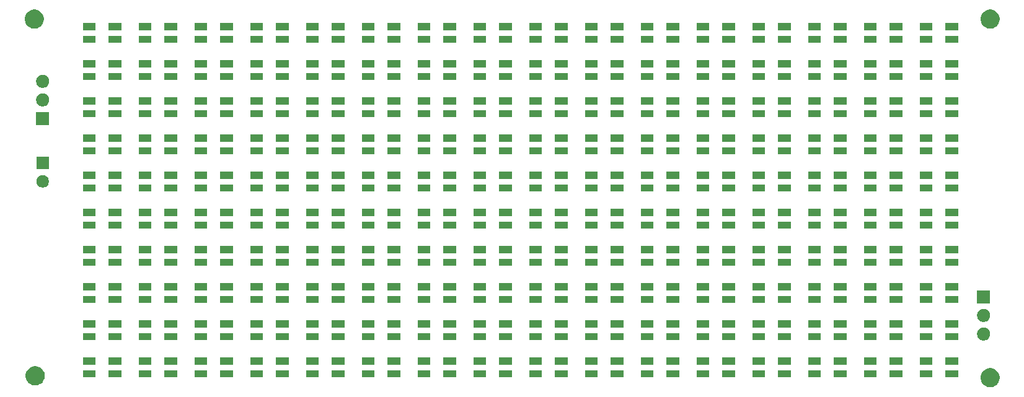
<source format=gbr>
G04 #@! TF.GenerationSoftware,KiCad,Pcbnew,(5.1.5-0-10_14)*
G04 #@! TF.CreationDate,2020-01-20T13:36:02-08:00*
G04 #@! TF.ProjectId,SpectrumAnayzerMini,53706563-7472-4756-9d41-6e61797a6572,rev?*
G04 #@! TF.SameCoordinates,Original*
G04 #@! TF.FileFunction,Soldermask,Top*
G04 #@! TF.FilePolarity,Negative*
%FSLAX46Y46*%
G04 Gerber Fmt 4.6, Leading zero omitted, Abs format (unit mm)*
G04 Created by KiCad (PCBNEW (5.1.5-0-10_14)) date 2020-01-20 13:36:02*
%MOMM*%
%LPD*%
G04 APERTURE LIST*
%ADD10C,0.100000*%
G04 APERTURE END LIST*
D10*
G36*
X200912487Y-128288996D02*
G01*
X201149253Y-128387068D01*
X201149255Y-128387069D01*
X201253407Y-128456661D01*
X201362339Y-128529447D01*
X201543553Y-128710661D01*
X201685932Y-128923747D01*
X201784004Y-129160513D01*
X201834000Y-129411861D01*
X201834000Y-129668139D01*
X201784004Y-129919487D01*
X201702879Y-130115339D01*
X201685931Y-130156255D01*
X201543553Y-130369339D01*
X201362339Y-130550553D01*
X201149255Y-130692931D01*
X201149254Y-130692932D01*
X201149253Y-130692932D01*
X200912487Y-130791004D01*
X200661139Y-130841000D01*
X200404861Y-130841000D01*
X200153513Y-130791004D01*
X199916747Y-130692932D01*
X199916746Y-130692932D01*
X199916745Y-130692931D01*
X199703661Y-130550553D01*
X199522447Y-130369339D01*
X199380069Y-130156255D01*
X199363121Y-130115339D01*
X199281996Y-129919487D01*
X199232000Y-129668139D01*
X199232000Y-129411861D01*
X199281996Y-129160513D01*
X199380068Y-128923747D01*
X199522447Y-128710661D01*
X199703661Y-128529447D01*
X199812593Y-128456661D01*
X199916745Y-128387069D01*
X199916747Y-128387068D01*
X200153513Y-128288996D01*
X200404861Y-128239000D01*
X200661139Y-128239000D01*
X200912487Y-128288996D01*
G37*
G36*
X70483487Y-128034996D02*
G01*
X70720253Y-128133068D01*
X70720255Y-128133069D01*
X70933339Y-128275447D01*
X71114553Y-128456661D01*
X71171575Y-128542000D01*
X71256932Y-128669747D01*
X71355004Y-128906513D01*
X71405000Y-129157861D01*
X71405000Y-129414139D01*
X71355004Y-129665487D01*
X71256932Y-129902253D01*
X71256931Y-129902255D01*
X71114553Y-130115339D01*
X70933339Y-130296553D01*
X70720255Y-130438931D01*
X70720254Y-130438932D01*
X70720253Y-130438932D01*
X70483487Y-130537004D01*
X70232139Y-130587000D01*
X69975861Y-130587000D01*
X69724513Y-130537004D01*
X69487747Y-130438932D01*
X69487746Y-130438932D01*
X69487745Y-130438931D01*
X69274661Y-130296553D01*
X69093447Y-130115339D01*
X68951069Y-129902255D01*
X68951068Y-129902253D01*
X68852996Y-129665487D01*
X68803000Y-129414139D01*
X68803000Y-129157861D01*
X68852996Y-128906513D01*
X68951068Y-128669747D01*
X69036426Y-128542000D01*
X69093447Y-128456661D01*
X69274661Y-128275447D01*
X69487745Y-128133069D01*
X69487747Y-128133068D01*
X69724513Y-128034996D01*
X69975861Y-127985000D01*
X70232139Y-127985000D01*
X70483487Y-128034996D01*
G37*
G36*
X188529000Y-129494000D02*
G01*
X186827000Y-129494000D01*
X186827000Y-128542000D01*
X188529000Y-128542000D01*
X188529000Y-129494000D01*
G37*
G36*
X185029000Y-129494000D02*
G01*
X183327000Y-129494000D01*
X183327000Y-128542000D01*
X185029000Y-128542000D01*
X185029000Y-129494000D01*
G37*
G36*
X180909000Y-129494000D02*
G01*
X179207000Y-129494000D01*
X179207000Y-128542000D01*
X180909000Y-128542000D01*
X180909000Y-129494000D01*
G37*
G36*
X177409000Y-129494000D02*
G01*
X175707000Y-129494000D01*
X175707000Y-128542000D01*
X177409000Y-128542000D01*
X177409000Y-129494000D01*
G37*
G36*
X173289000Y-129494000D02*
G01*
X171587000Y-129494000D01*
X171587000Y-128542000D01*
X173289000Y-128542000D01*
X173289000Y-129494000D01*
G37*
G36*
X169789000Y-129494000D02*
G01*
X168087000Y-129494000D01*
X168087000Y-128542000D01*
X169789000Y-128542000D01*
X169789000Y-129494000D01*
G37*
G36*
X165669000Y-129494000D02*
G01*
X163967000Y-129494000D01*
X163967000Y-128542000D01*
X165669000Y-128542000D01*
X165669000Y-129494000D01*
G37*
G36*
X162169000Y-129494000D02*
G01*
X160467000Y-129494000D01*
X160467000Y-128542000D01*
X162169000Y-128542000D01*
X162169000Y-129494000D01*
G37*
G36*
X158049000Y-129494000D02*
G01*
X156347000Y-129494000D01*
X156347000Y-128542000D01*
X158049000Y-128542000D01*
X158049000Y-129494000D01*
G37*
G36*
X154549000Y-129494000D02*
G01*
X152847000Y-129494000D01*
X152847000Y-128542000D01*
X154549000Y-128542000D01*
X154549000Y-129494000D01*
G37*
G36*
X150429000Y-129494000D02*
G01*
X148727000Y-129494000D01*
X148727000Y-128542000D01*
X150429000Y-128542000D01*
X150429000Y-129494000D01*
G37*
G36*
X146929000Y-129494000D02*
G01*
X145227000Y-129494000D01*
X145227000Y-128542000D01*
X146929000Y-128542000D01*
X146929000Y-129494000D01*
G37*
G36*
X142809000Y-129494000D02*
G01*
X141107000Y-129494000D01*
X141107000Y-128542000D01*
X142809000Y-128542000D01*
X142809000Y-129494000D01*
G37*
G36*
X139309000Y-129494000D02*
G01*
X137607000Y-129494000D01*
X137607000Y-128542000D01*
X139309000Y-128542000D01*
X139309000Y-129494000D01*
G37*
G36*
X135189000Y-129494000D02*
G01*
X133487000Y-129494000D01*
X133487000Y-128542000D01*
X135189000Y-128542000D01*
X135189000Y-129494000D01*
G37*
G36*
X131689000Y-129494000D02*
G01*
X129987000Y-129494000D01*
X129987000Y-128542000D01*
X131689000Y-128542000D01*
X131689000Y-129494000D01*
G37*
G36*
X127569000Y-129494000D02*
G01*
X125867000Y-129494000D01*
X125867000Y-128542000D01*
X127569000Y-128542000D01*
X127569000Y-129494000D01*
G37*
G36*
X124069000Y-129494000D02*
G01*
X122367000Y-129494000D01*
X122367000Y-128542000D01*
X124069000Y-128542000D01*
X124069000Y-129494000D01*
G37*
G36*
X119949000Y-129494000D02*
G01*
X118247000Y-129494000D01*
X118247000Y-128542000D01*
X119949000Y-128542000D01*
X119949000Y-129494000D01*
G37*
G36*
X116449000Y-129494000D02*
G01*
X114747000Y-129494000D01*
X114747000Y-128542000D01*
X116449000Y-128542000D01*
X116449000Y-129494000D01*
G37*
G36*
X112329000Y-129494000D02*
G01*
X110627000Y-129494000D01*
X110627000Y-128542000D01*
X112329000Y-128542000D01*
X112329000Y-129494000D01*
G37*
G36*
X108829000Y-129494000D02*
G01*
X107127000Y-129494000D01*
X107127000Y-128542000D01*
X108829000Y-128542000D01*
X108829000Y-129494000D01*
G37*
G36*
X104709000Y-129494000D02*
G01*
X103007000Y-129494000D01*
X103007000Y-128542000D01*
X104709000Y-128542000D01*
X104709000Y-129494000D01*
G37*
G36*
X101209000Y-129494000D02*
G01*
X99507000Y-129494000D01*
X99507000Y-128542000D01*
X101209000Y-128542000D01*
X101209000Y-129494000D01*
G37*
G36*
X97089000Y-129494000D02*
G01*
X95387000Y-129494000D01*
X95387000Y-128542000D01*
X97089000Y-128542000D01*
X97089000Y-129494000D01*
G37*
G36*
X93589000Y-129494000D02*
G01*
X91887000Y-129494000D01*
X91887000Y-128542000D01*
X93589000Y-128542000D01*
X93589000Y-129494000D01*
G37*
G36*
X89469000Y-129494000D02*
G01*
X87767000Y-129494000D01*
X87767000Y-128542000D01*
X89469000Y-128542000D01*
X89469000Y-129494000D01*
G37*
G36*
X85969000Y-129494000D02*
G01*
X84267000Y-129494000D01*
X84267000Y-128542000D01*
X85969000Y-128542000D01*
X85969000Y-129494000D01*
G37*
G36*
X81849000Y-129494000D02*
G01*
X80147000Y-129494000D01*
X80147000Y-128542000D01*
X81849000Y-128542000D01*
X81849000Y-129494000D01*
G37*
G36*
X78349000Y-129494000D02*
G01*
X76647000Y-129494000D01*
X76647000Y-128542000D01*
X78349000Y-128542000D01*
X78349000Y-129494000D01*
G37*
G36*
X192649000Y-129494000D02*
G01*
X190947000Y-129494000D01*
X190947000Y-128542000D01*
X192649000Y-128542000D01*
X192649000Y-129494000D01*
G37*
G36*
X196149000Y-129494000D02*
G01*
X194447000Y-129494000D01*
X194447000Y-128542000D01*
X196149000Y-128542000D01*
X196149000Y-129494000D01*
G37*
G36*
X108829000Y-127744000D02*
G01*
X107127000Y-127744000D01*
X107127000Y-126792000D01*
X108829000Y-126792000D01*
X108829000Y-127744000D01*
G37*
G36*
X192649000Y-127744000D02*
G01*
X190947000Y-127744000D01*
X190947000Y-126792000D01*
X192649000Y-126792000D01*
X192649000Y-127744000D01*
G37*
G36*
X196149000Y-127744000D02*
G01*
X194447000Y-127744000D01*
X194447000Y-126792000D01*
X196149000Y-126792000D01*
X196149000Y-127744000D01*
G37*
G36*
X185029000Y-127744000D02*
G01*
X183327000Y-127744000D01*
X183327000Y-126792000D01*
X185029000Y-126792000D01*
X185029000Y-127744000D01*
G37*
G36*
X188529000Y-127744000D02*
G01*
X186827000Y-127744000D01*
X186827000Y-126792000D01*
X188529000Y-126792000D01*
X188529000Y-127744000D01*
G37*
G36*
X177409000Y-127744000D02*
G01*
X175707000Y-127744000D01*
X175707000Y-126792000D01*
X177409000Y-126792000D01*
X177409000Y-127744000D01*
G37*
G36*
X180909000Y-127744000D02*
G01*
X179207000Y-127744000D01*
X179207000Y-126792000D01*
X180909000Y-126792000D01*
X180909000Y-127744000D01*
G37*
G36*
X169789000Y-127744000D02*
G01*
X168087000Y-127744000D01*
X168087000Y-126792000D01*
X169789000Y-126792000D01*
X169789000Y-127744000D01*
G37*
G36*
X173289000Y-127744000D02*
G01*
X171587000Y-127744000D01*
X171587000Y-126792000D01*
X173289000Y-126792000D01*
X173289000Y-127744000D01*
G37*
G36*
X162169000Y-127744000D02*
G01*
X160467000Y-127744000D01*
X160467000Y-126792000D01*
X162169000Y-126792000D01*
X162169000Y-127744000D01*
G37*
G36*
X165669000Y-127744000D02*
G01*
X163967000Y-127744000D01*
X163967000Y-126792000D01*
X165669000Y-126792000D01*
X165669000Y-127744000D01*
G37*
G36*
X154549000Y-127744000D02*
G01*
X152847000Y-127744000D01*
X152847000Y-126792000D01*
X154549000Y-126792000D01*
X154549000Y-127744000D01*
G37*
G36*
X158049000Y-127744000D02*
G01*
X156347000Y-127744000D01*
X156347000Y-126792000D01*
X158049000Y-126792000D01*
X158049000Y-127744000D01*
G37*
G36*
X146929000Y-127744000D02*
G01*
X145227000Y-127744000D01*
X145227000Y-126792000D01*
X146929000Y-126792000D01*
X146929000Y-127744000D01*
G37*
G36*
X150429000Y-127744000D02*
G01*
X148727000Y-127744000D01*
X148727000Y-126792000D01*
X150429000Y-126792000D01*
X150429000Y-127744000D01*
G37*
G36*
X139309000Y-127744000D02*
G01*
X137607000Y-127744000D01*
X137607000Y-126792000D01*
X139309000Y-126792000D01*
X139309000Y-127744000D01*
G37*
G36*
X142809000Y-127744000D02*
G01*
X141107000Y-127744000D01*
X141107000Y-126792000D01*
X142809000Y-126792000D01*
X142809000Y-127744000D01*
G37*
G36*
X131689000Y-127744000D02*
G01*
X129987000Y-127744000D01*
X129987000Y-126792000D01*
X131689000Y-126792000D01*
X131689000Y-127744000D01*
G37*
G36*
X135189000Y-127744000D02*
G01*
X133487000Y-127744000D01*
X133487000Y-126792000D01*
X135189000Y-126792000D01*
X135189000Y-127744000D01*
G37*
G36*
X124069000Y-127744000D02*
G01*
X122367000Y-127744000D01*
X122367000Y-126792000D01*
X124069000Y-126792000D01*
X124069000Y-127744000D01*
G37*
G36*
X127569000Y-127744000D02*
G01*
X125867000Y-127744000D01*
X125867000Y-126792000D01*
X127569000Y-126792000D01*
X127569000Y-127744000D01*
G37*
G36*
X116449000Y-127744000D02*
G01*
X114747000Y-127744000D01*
X114747000Y-126792000D01*
X116449000Y-126792000D01*
X116449000Y-127744000D01*
G37*
G36*
X119949000Y-127744000D02*
G01*
X118247000Y-127744000D01*
X118247000Y-126792000D01*
X119949000Y-126792000D01*
X119949000Y-127744000D01*
G37*
G36*
X112329000Y-127744000D02*
G01*
X110627000Y-127744000D01*
X110627000Y-126792000D01*
X112329000Y-126792000D01*
X112329000Y-127744000D01*
G37*
G36*
X101209000Y-127744000D02*
G01*
X99507000Y-127744000D01*
X99507000Y-126792000D01*
X101209000Y-126792000D01*
X101209000Y-127744000D01*
G37*
G36*
X104709000Y-127744000D02*
G01*
X103007000Y-127744000D01*
X103007000Y-126792000D01*
X104709000Y-126792000D01*
X104709000Y-127744000D01*
G37*
G36*
X93589000Y-127744000D02*
G01*
X91887000Y-127744000D01*
X91887000Y-126792000D01*
X93589000Y-126792000D01*
X93589000Y-127744000D01*
G37*
G36*
X97089000Y-127744000D02*
G01*
X95387000Y-127744000D01*
X95387000Y-126792000D01*
X97089000Y-126792000D01*
X97089000Y-127744000D01*
G37*
G36*
X85969000Y-127744000D02*
G01*
X84267000Y-127744000D01*
X84267000Y-126792000D01*
X85969000Y-126792000D01*
X85969000Y-127744000D01*
G37*
G36*
X89469000Y-127744000D02*
G01*
X87767000Y-127744000D01*
X87767000Y-126792000D01*
X89469000Y-126792000D01*
X89469000Y-127744000D01*
G37*
G36*
X78349000Y-127744000D02*
G01*
X76647000Y-127744000D01*
X76647000Y-126792000D01*
X78349000Y-126792000D01*
X78349000Y-127744000D01*
G37*
G36*
X81849000Y-127744000D02*
G01*
X80147000Y-127744000D01*
X80147000Y-126792000D01*
X81849000Y-126792000D01*
X81849000Y-127744000D01*
G37*
G36*
X199757512Y-122674927D02*
G01*
X199906812Y-122704624D01*
X200070784Y-122772544D01*
X200218354Y-122871147D01*
X200343853Y-122996646D01*
X200442456Y-123144216D01*
X200510376Y-123308188D01*
X200545000Y-123482259D01*
X200545000Y-123659741D01*
X200510376Y-123833812D01*
X200442456Y-123997784D01*
X200343853Y-124145354D01*
X200218354Y-124270853D01*
X200070784Y-124369456D01*
X199906812Y-124437376D01*
X199757512Y-124467073D01*
X199732742Y-124472000D01*
X199555258Y-124472000D01*
X199530488Y-124467073D01*
X199381188Y-124437376D01*
X199217216Y-124369456D01*
X199069646Y-124270853D01*
X198944147Y-124145354D01*
X198845544Y-123997784D01*
X198777624Y-123833812D01*
X198743000Y-123659741D01*
X198743000Y-123482259D01*
X198777624Y-123308188D01*
X198845544Y-123144216D01*
X198944147Y-122996646D01*
X199069646Y-122871147D01*
X199217216Y-122772544D01*
X199381188Y-122704624D01*
X199530488Y-122674927D01*
X199555258Y-122670000D01*
X199732742Y-122670000D01*
X199757512Y-122674927D01*
G37*
G36*
X196149000Y-124414000D02*
G01*
X194447000Y-124414000D01*
X194447000Y-123462000D01*
X196149000Y-123462000D01*
X196149000Y-124414000D01*
G37*
G36*
X142809000Y-124414000D02*
G01*
X141107000Y-124414000D01*
X141107000Y-123462000D01*
X142809000Y-123462000D01*
X142809000Y-124414000D01*
G37*
G36*
X81849000Y-124414000D02*
G01*
X80147000Y-124414000D01*
X80147000Y-123462000D01*
X81849000Y-123462000D01*
X81849000Y-124414000D01*
G37*
G36*
X180909000Y-124414000D02*
G01*
X179207000Y-124414000D01*
X179207000Y-123462000D01*
X180909000Y-123462000D01*
X180909000Y-124414000D01*
G37*
G36*
X78349000Y-124414000D02*
G01*
X76647000Y-124414000D01*
X76647000Y-123462000D01*
X78349000Y-123462000D01*
X78349000Y-124414000D01*
G37*
G36*
X177409000Y-124414000D02*
G01*
X175707000Y-124414000D01*
X175707000Y-123462000D01*
X177409000Y-123462000D01*
X177409000Y-124414000D01*
G37*
G36*
X192649000Y-124414000D02*
G01*
X190947000Y-124414000D01*
X190947000Y-123462000D01*
X192649000Y-123462000D01*
X192649000Y-124414000D01*
G37*
G36*
X173289000Y-124414000D02*
G01*
X171587000Y-124414000D01*
X171587000Y-123462000D01*
X173289000Y-123462000D01*
X173289000Y-124414000D01*
G37*
G36*
X169789000Y-124414000D02*
G01*
X168087000Y-124414000D01*
X168087000Y-123462000D01*
X169789000Y-123462000D01*
X169789000Y-124414000D01*
G37*
G36*
X89469000Y-124414000D02*
G01*
X87767000Y-124414000D01*
X87767000Y-123462000D01*
X89469000Y-123462000D01*
X89469000Y-124414000D01*
G37*
G36*
X165669000Y-124414000D02*
G01*
X163967000Y-124414000D01*
X163967000Y-123462000D01*
X165669000Y-123462000D01*
X165669000Y-124414000D01*
G37*
G36*
X85969000Y-124414000D02*
G01*
X84267000Y-124414000D01*
X84267000Y-123462000D01*
X85969000Y-123462000D01*
X85969000Y-124414000D01*
G37*
G36*
X162169000Y-124414000D02*
G01*
X160467000Y-124414000D01*
X160467000Y-123462000D01*
X162169000Y-123462000D01*
X162169000Y-124414000D01*
G37*
G36*
X185029000Y-124414000D02*
G01*
X183327000Y-124414000D01*
X183327000Y-123462000D01*
X185029000Y-123462000D01*
X185029000Y-124414000D01*
G37*
G36*
X188529000Y-124414000D02*
G01*
X186827000Y-124414000D01*
X186827000Y-123462000D01*
X188529000Y-123462000D01*
X188529000Y-124414000D01*
G37*
G36*
X158049000Y-124414000D02*
G01*
X156347000Y-124414000D01*
X156347000Y-123462000D01*
X158049000Y-123462000D01*
X158049000Y-124414000D01*
G37*
G36*
X154549000Y-124414000D02*
G01*
X152847000Y-124414000D01*
X152847000Y-123462000D01*
X154549000Y-123462000D01*
X154549000Y-124414000D01*
G37*
G36*
X97089000Y-124414000D02*
G01*
X95387000Y-124414000D01*
X95387000Y-123462000D01*
X97089000Y-123462000D01*
X97089000Y-124414000D01*
G37*
G36*
X150429000Y-124414000D02*
G01*
X148727000Y-124414000D01*
X148727000Y-123462000D01*
X150429000Y-123462000D01*
X150429000Y-124414000D01*
G37*
G36*
X93589000Y-124414000D02*
G01*
X91887000Y-124414000D01*
X91887000Y-123462000D01*
X93589000Y-123462000D01*
X93589000Y-124414000D01*
G37*
G36*
X146929000Y-124414000D02*
G01*
X145227000Y-124414000D01*
X145227000Y-123462000D01*
X146929000Y-123462000D01*
X146929000Y-124414000D01*
G37*
G36*
X139309000Y-124414000D02*
G01*
X137607000Y-124414000D01*
X137607000Y-123462000D01*
X139309000Y-123462000D01*
X139309000Y-124414000D01*
G37*
G36*
X104709000Y-124414000D02*
G01*
X103007000Y-124414000D01*
X103007000Y-123462000D01*
X104709000Y-123462000D01*
X104709000Y-124414000D01*
G37*
G36*
X135189000Y-124414000D02*
G01*
X133487000Y-124414000D01*
X133487000Y-123462000D01*
X135189000Y-123462000D01*
X135189000Y-124414000D01*
G37*
G36*
X101209000Y-124414000D02*
G01*
X99507000Y-124414000D01*
X99507000Y-123462000D01*
X101209000Y-123462000D01*
X101209000Y-124414000D01*
G37*
G36*
X131689000Y-124414000D02*
G01*
X129987000Y-124414000D01*
X129987000Y-123462000D01*
X131689000Y-123462000D01*
X131689000Y-124414000D01*
G37*
G36*
X127569000Y-124414000D02*
G01*
X125867000Y-124414000D01*
X125867000Y-123462000D01*
X127569000Y-123462000D01*
X127569000Y-124414000D01*
G37*
G36*
X112329000Y-124414000D02*
G01*
X110627000Y-124414000D01*
X110627000Y-123462000D01*
X112329000Y-123462000D01*
X112329000Y-124414000D01*
G37*
G36*
X124069000Y-124414000D02*
G01*
X122367000Y-124414000D01*
X122367000Y-123462000D01*
X124069000Y-123462000D01*
X124069000Y-124414000D01*
G37*
G36*
X108829000Y-124414000D02*
G01*
X107127000Y-124414000D01*
X107127000Y-123462000D01*
X108829000Y-123462000D01*
X108829000Y-124414000D01*
G37*
G36*
X119949000Y-124414000D02*
G01*
X118247000Y-124414000D01*
X118247000Y-123462000D01*
X119949000Y-123462000D01*
X119949000Y-124414000D01*
G37*
G36*
X116449000Y-124414000D02*
G01*
X114747000Y-124414000D01*
X114747000Y-123462000D01*
X116449000Y-123462000D01*
X116449000Y-124414000D01*
G37*
G36*
X185029000Y-122664000D02*
G01*
X183327000Y-122664000D01*
X183327000Y-121712000D01*
X185029000Y-121712000D01*
X185029000Y-122664000D01*
G37*
G36*
X180909000Y-122664000D02*
G01*
X179207000Y-122664000D01*
X179207000Y-121712000D01*
X180909000Y-121712000D01*
X180909000Y-122664000D01*
G37*
G36*
X142809000Y-122664000D02*
G01*
X141107000Y-122664000D01*
X141107000Y-121712000D01*
X142809000Y-121712000D01*
X142809000Y-122664000D01*
G37*
G36*
X131689000Y-122664000D02*
G01*
X129987000Y-122664000D01*
X129987000Y-121712000D01*
X131689000Y-121712000D01*
X131689000Y-122664000D01*
G37*
G36*
X139309000Y-122664000D02*
G01*
X137607000Y-122664000D01*
X137607000Y-121712000D01*
X139309000Y-121712000D01*
X139309000Y-122664000D01*
G37*
G36*
X192649000Y-122664000D02*
G01*
X190947000Y-122664000D01*
X190947000Y-121712000D01*
X192649000Y-121712000D01*
X192649000Y-122664000D01*
G37*
G36*
X196149000Y-122664000D02*
G01*
X194447000Y-122664000D01*
X194447000Y-121712000D01*
X196149000Y-121712000D01*
X196149000Y-122664000D01*
G37*
G36*
X135189000Y-122664000D02*
G01*
X133487000Y-122664000D01*
X133487000Y-121712000D01*
X135189000Y-121712000D01*
X135189000Y-122664000D01*
G37*
G36*
X177409000Y-122664000D02*
G01*
X175707000Y-122664000D01*
X175707000Y-121712000D01*
X177409000Y-121712000D01*
X177409000Y-122664000D01*
G37*
G36*
X173289000Y-122664000D02*
G01*
X171587000Y-122664000D01*
X171587000Y-121712000D01*
X173289000Y-121712000D01*
X173289000Y-122664000D01*
G37*
G36*
X150429000Y-122664000D02*
G01*
X148727000Y-122664000D01*
X148727000Y-121712000D01*
X150429000Y-121712000D01*
X150429000Y-122664000D01*
G37*
G36*
X169789000Y-122664000D02*
G01*
X168087000Y-122664000D01*
X168087000Y-121712000D01*
X169789000Y-121712000D01*
X169789000Y-122664000D01*
G37*
G36*
X146929000Y-122664000D02*
G01*
X145227000Y-122664000D01*
X145227000Y-121712000D01*
X146929000Y-121712000D01*
X146929000Y-122664000D01*
G37*
G36*
X165669000Y-122664000D02*
G01*
X163967000Y-122664000D01*
X163967000Y-121712000D01*
X165669000Y-121712000D01*
X165669000Y-122664000D01*
G37*
G36*
X124069000Y-122664000D02*
G01*
X122367000Y-122664000D01*
X122367000Y-121712000D01*
X124069000Y-121712000D01*
X124069000Y-122664000D01*
G37*
G36*
X127569000Y-122664000D02*
G01*
X125867000Y-122664000D01*
X125867000Y-121712000D01*
X127569000Y-121712000D01*
X127569000Y-122664000D01*
G37*
G36*
X162169000Y-122664000D02*
G01*
X160467000Y-122664000D01*
X160467000Y-121712000D01*
X162169000Y-121712000D01*
X162169000Y-122664000D01*
G37*
G36*
X158049000Y-122664000D02*
G01*
X156347000Y-122664000D01*
X156347000Y-121712000D01*
X158049000Y-121712000D01*
X158049000Y-122664000D01*
G37*
G36*
X154549000Y-122664000D02*
G01*
X152847000Y-122664000D01*
X152847000Y-121712000D01*
X154549000Y-121712000D01*
X154549000Y-122664000D01*
G37*
G36*
X116449000Y-122664000D02*
G01*
X114747000Y-122664000D01*
X114747000Y-121712000D01*
X116449000Y-121712000D01*
X116449000Y-122664000D01*
G37*
G36*
X119949000Y-122664000D02*
G01*
X118247000Y-122664000D01*
X118247000Y-121712000D01*
X119949000Y-121712000D01*
X119949000Y-122664000D01*
G37*
G36*
X108829000Y-122664000D02*
G01*
X107127000Y-122664000D01*
X107127000Y-121712000D01*
X108829000Y-121712000D01*
X108829000Y-122664000D01*
G37*
G36*
X112329000Y-122664000D02*
G01*
X110627000Y-122664000D01*
X110627000Y-121712000D01*
X112329000Y-121712000D01*
X112329000Y-122664000D01*
G37*
G36*
X101209000Y-122664000D02*
G01*
X99507000Y-122664000D01*
X99507000Y-121712000D01*
X101209000Y-121712000D01*
X101209000Y-122664000D01*
G37*
G36*
X104709000Y-122664000D02*
G01*
X103007000Y-122664000D01*
X103007000Y-121712000D01*
X104709000Y-121712000D01*
X104709000Y-122664000D01*
G37*
G36*
X93589000Y-122664000D02*
G01*
X91887000Y-122664000D01*
X91887000Y-121712000D01*
X93589000Y-121712000D01*
X93589000Y-122664000D01*
G37*
G36*
X97089000Y-122664000D02*
G01*
X95387000Y-122664000D01*
X95387000Y-121712000D01*
X97089000Y-121712000D01*
X97089000Y-122664000D01*
G37*
G36*
X188529000Y-122664000D02*
G01*
X186827000Y-122664000D01*
X186827000Y-121712000D01*
X188529000Y-121712000D01*
X188529000Y-122664000D01*
G37*
G36*
X85969000Y-122664000D02*
G01*
X84267000Y-122664000D01*
X84267000Y-121712000D01*
X85969000Y-121712000D01*
X85969000Y-122664000D01*
G37*
G36*
X89469000Y-122664000D02*
G01*
X87767000Y-122664000D01*
X87767000Y-121712000D01*
X89469000Y-121712000D01*
X89469000Y-122664000D01*
G37*
G36*
X81849000Y-122664000D02*
G01*
X80147000Y-122664000D01*
X80147000Y-121712000D01*
X81849000Y-121712000D01*
X81849000Y-122664000D01*
G37*
G36*
X78349000Y-122664000D02*
G01*
X76647000Y-122664000D01*
X76647000Y-121712000D01*
X78349000Y-121712000D01*
X78349000Y-122664000D01*
G37*
G36*
X199757512Y-120134927D02*
G01*
X199906812Y-120164624D01*
X200070784Y-120232544D01*
X200218354Y-120331147D01*
X200343853Y-120456646D01*
X200442456Y-120604216D01*
X200510376Y-120768188D01*
X200545000Y-120942259D01*
X200545000Y-121119741D01*
X200510376Y-121293812D01*
X200442456Y-121457784D01*
X200343853Y-121605354D01*
X200218354Y-121730853D01*
X200070784Y-121829456D01*
X199906812Y-121897376D01*
X199757512Y-121927073D01*
X199732742Y-121932000D01*
X199555258Y-121932000D01*
X199530488Y-121927073D01*
X199381188Y-121897376D01*
X199217216Y-121829456D01*
X199069646Y-121730853D01*
X198944147Y-121605354D01*
X198845544Y-121457784D01*
X198777624Y-121293812D01*
X198743000Y-121119741D01*
X198743000Y-120942259D01*
X198777624Y-120768188D01*
X198845544Y-120604216D01*
X198944147Y-120456646D01*
X199069646Y-120331147D01*
X199217216Y-120232544D01*
X199381188Y-120164624D01*
X199530488Y-120134927D01*
X199555258Y-120130000D01*
X199732742Y-120130000D01*
X199757512Y-120134927D01*
G37*
G36*
X200545000Y-119392000D02*
G01*
X198743000Y-119392000D01*
X198743000Y-117590000D01*
X200545000Y-117590000D01*
X200545000Y-119392000D01*
G37*
G36*
X131689000Y-119334000D02*
G01*
X129987000Y-119334000D01*
X129987000Y-118382000D01*
X131689000Y-118382000D01*
X131689000Y-119334000D01*
G37*
G36*
X135189000Y-119334000D02*
G01*
X133487000Y-119334000D01*
X133487000Y-118382000D01*
X135189000Y-118382000D01*
X135189000Y-119334000D01*
G37*
G36*
X142809000Y-119334000D02*
G01*
X141107000Y-119334000D01*
X141107000Y-118382000D01*
X142809000Y-118382000D01*
X142809000Y-119334000D01*
G37*
G36*
X139309000Y-119334000D02*
G01*
X137607000Y-119334000D01*
X137607000Y-118382000D01*
X139309000Y-118382000D01*
X139309000Y-119334000D01*
G37*
G36*
X150429000Y-119334000D02*
G01*
X148727000Y-119334000D01*
X148727000Y-118382000D01*
X150429000Y-118382000D01*
X150429000Y-119334000D01*
G37*
G36*
X146929000Y-119334000D02*
G01*
X145227000Y-119334000D01*
X145227000Y-118382000D01*
X146929000Y-118382000D01*
X146929000Y-119334000D01*
G37*
G36*
X158049000Y-119334000D02*
G01*
X156347000Y-119334000D01*
X156347000Y-118382000D01*
X158049000Y-118382000D01*
X158049000Y-119334000D01*
G37*
G36*
X154549000Y-119334000D02*
G01*
X152847000Y-119334000D01*
X152847000Y-118382000D01*
X154549000Y-118382000D01*
X154549000Y-119334000D01*
G37*
G36*
X124069000Y-119334000D02*
G01*
X122367000Y-119334000D01*
X122367000Y-118382000D01*
X124069000Y-118382000D01*
X124069000Y-119334000D01*
G37*
G36*
X127569000Y-119334000D02*
G01*
X125867000Y-119334000D01*
X125867000Y-118382000D01*
X127569000Y-118382000D01*
X127569000Y-119334000D01*
G37*
G36*
X165669000Y-119334000D02*
G01*
X163967000Y-119334000D01*
X163967000Y-118382000D01*
X165669000Y-118382000D01*
X165669000Y-119334000D01*
G37*
G36*
X162169000Y-119334000D02*
G01*
X160467000Y-119334000D01*
X160467000Y-118382000D01*
X162169000Y-118382000D01*
X162169000Y-119334000D01*
G37*
G36*
X173289000Y-119334000D02*
G01*
X171587000Y-119334000D01*
X171587000Y-118382000D01*
X173289000Y-118382000D01*
X173289000Y-119334000D01*
G37*
G36*
X180909000Y-119334000D02*
G01*
X179207000Y-119334000D01*
X179207000Y-118382000D01*
X180909000Y-118382000D01*
X180909000Y-119334000D01*
G37*
G36*
X177409000Y-119334000D02*
G01*
X175707000Y-119334000D01*
X175707000Y-118382000D01*
X177409000Y-118382000D01*
X177409000Y-119334000D01*
G37*
G36*
X116449000Y-119334000D02*
G01*
X114747000Y-119334000D01*
X114747000Y-118382000D01*
X116449000Y-118382000D01*
X116449000Y-119334000D01*
G37*
G36*
X119949000Y-119334000D02*
G01*
X118247000Y-119334000D01*
X118247000Y-118382000D01*
X119949000Y-118382000D01*
X119949000Y-119334000D01*
G37*
G36*
X188529000Y-119334000D02*
G01*
X186827000Y-119334000D01*
X186827000Y-118382000D01*
X188529000Y-118382000D01*
X188529000Y-119334000D01*
G37*
G36*
X185029000Y-119334000D02*
G01*
X183327000Y-119334000D01*
X183327000Y-118382000D01*
X185029000Y-118382000D01*
X185029000Y-119334000D01*
G37*
G36*
X196149000Y-119334000D02*
G01*
X194447000Y-119334000D01*
X194447000Y-118382000D01*
X196149000Y-118382000D01*
X196149000Y-119334000D01*
G37*
G36*
X192649000Y-119334000D02*
G01*
X190947000Y-119334000D01*
X190947000Y-118382000D01*
X192649000Y-118382000D01*
X192649000Y-119334000D01*
G37*
G36*
X108829000Y-119334000D02*
G01*
X107127000Y-119334000D01*
X107127000Y-118382000D01*
X108829000Y-118382000D01*
X108829000Y-119334000D01*
G37*
G36*
X112329000Y-119334000D02*
G01*
X110627000Y-119334000D01*
X110627000Y-118382000D01*
X112329000Y-118382000D01*
X112329000Y-119334000D01*
G37*
G36*
X78349000Y-119334000D02*
G01*
X76647000Y-119334000D01*
X76647000Y-118382000D01*
X78349000Y-118382000D01*
X78349000Y-119334000D01*
G37*
G36*
X81849000Y-119334000D02*
G01*
X80147000Y-119334000D01*
X80147000Y-118382000D01*
X81849000Y-118382000D01*
X81849000Y-119334000D01*
G37*
G36*
X85969000Y-119334000D02*
G01*
X84267000Y-119334000D01*
X84267000Y-118382000D01*
X85969000Y-118382000D01*
X85969000Y-119334000D01*
G37*
G36*
X89469000Y-119334000D02*
G01*
X87767000Y-119334000D01*
X87767000Y-118382000D01*
X89469000Y-118382000D01*
X89469000Y-119334000D01*
G37*
G36*
X93589000Y-119334000D02*
G01*
X91887000Y-119334000D01*
X91887000Y-118382000D01*
X93589000Y-118382000D01*
X93589000Y-119334000D01*
G37*
G36*
X101209000Y-119334000D02*
G01*
X99507000Y-119334000D01*
X99507000Y-118382000D01*
X101209000Y-118382000D01*
X101209000Y-119334000D01*
G37*
G36*
X104709000Y-119334000D02*
G01*
X103007000Y-119334000D01*
X103007000Y-118382000D01*
X104709000Y-118382000D01*
X104709000Y-119334000D01*
G37*
G36*
X97089000Y-119334000D02*
G01*
X95387000Y-119334000D01*
X95387000Y-118382000D01*
X97089000Y-118382000D01*
X97089000Y-119334000D01*
G37*
G36*
X169789000Y-119334000D02*
G01*
X168087000Y-119334000D01*
X168087000Y-118382000D01*
X169789000Y-118382000D01*
X169789000Y-119334000D01*
G37*
G36*
X78349000Y-117584000D02*
G01*
X76647000Y-117584000D01*
X76647000Y-116632000D01*
X78349000Y-116632000D01*
X78349000Y-117584000D01*
G37*
G36*
X158049000Y-117584000D02*
G01*
X156347000Y-117584000D01*
X156347000Y-116632000D01*
X158049000Y-116632000D01*
X158049000Y-117584000D01*
G37*
G36*
X127569000Y-117584000D02*
G01*
X125867000Y-117584000D01*
X125867000Y-116632000D01*
X127569000Y-116632000D01*
X127569000Y-117584000D01*
G37*
G36*
X162169000Y-117584000D02*
G01*
X160467000Y-117584000D01*
X160467000Y-116632000D01*
X162169000Y-116632000D01*
X162169000Y-117584000D01*
G37*
G36*
X124069000Y-117584000D02*
G01*
X122367000Y-117584000D01*
X122367000Y-116632000D01*
X124069000Y-116632000D01*
X124069000Y-117584000D01*
G37*
G36*
X165669000Y-117584000D02*
G01*
X163967000Y-117584000D01*
X163967000Y-116632000D01*
X165669000Y-116632000D01*
X165669000Y-117584000D01*
G37*
G36*
X169789000Y-117584000D02*
G01*
X168087000Y-117584000D01*
X168087000Y-116632000D01*
X169789000Y-116632000D01*
X169789000Y-117584000D01*
G37*
G36*
X173289000Y-117584000D02*
G01*
X171587000Y-117584000D01*
X171587000Y-116632000D01*
X173289000Y-116632000D01*
X173289000Y-117584000D01*
G37*
G36*
X177409000Y-117584000D02*
G01*
X175707000Y-117584000D01*
X175707000Y-116632000D01*
X177409000Y-116632000D01*
X177409000Y-117584000D01*
G37*
G36*
X81849000Y-117584000D02*
G01*
X80147000Y-117584000D01*
X80147000Y-116632000D01*
X81849000Y-116632000D01*
X81849000Y-117584000D01*
G37*
G36*
X185029000Y-117584000D02*
G01*
X183327000Y-117584000D01*
X183327000Y-116632000D01*
X185029000Y-116632000D01*
X185029000Y-117584000D01*
G37*
G36*
X89469000Y-117584000D02*
G01*
X87767000Y-117584000D01*
X87767000Y-116632000D01*
X89469000Y-116632000D01*
X89469000Y-117584000D01*
G37*
G36*
X188529000Y-117584000D02*
G01*
X186827000Y-117584000D01*
X186827000Y-116632000D01*
X188529000Y-116632000D01*
X188529000Y-117584000D01*
G37*
G36*
X180909000Y-117584000D02*
G01*
X179207000Y-117584000D01*
X179207000Y-116632000D01*
X180909000Y-116632000D01*
X180909000Y-117584000D01*
G37*
G36*
X85969000Y-117584000D02*
G01*
X84267000Y-117584000D01*
X84267000Y-116632000D01*
X85969000Y-116632000D01*
X85969000Y-117584000D01*
G37*
G36*
X146929000Y-117584000D02*
G01*
X145227000Y-117584000D01*
X145227000Y-116632000D01*
X146929000Y-116632000D01*
X146929000Y-117584000D01*
G37*
G36*
X150429000Y-117584000D02*
G01*
X148727000Y-117584000D01*
X148727000Y-116632000D01*
X150429000Y-116632000D01*
X150429000Y-117584000D01*
G37*
G36*
X97089000Y-117584000D02*
G01*
X95387000Y-117584000D01*
X95387000Y-116632000D01*
X97089000Y-116632000D01*
X97089000Y-117584000D01*
G37*
G36*
X93589000Y-117584000D02*
G01*
X91887000Y-117584000D01*
X91887000Y-116632000D01*
X93589000Y-116632000D01*
X93589000Y-117584000D01*
G37*
G36*
X101209000Y-117584000D02*
G01*
X99507000Y-117584000D01*
X99507000Y-116632000D01*
X101209000Y-116632000D01*
X101209000Y-117584000D01*
G37*
G36*
X104709000Y-117584000D02*
G01*
X103007000Y-117584000D01*
X103007000Y-116632000D01*
X104709000Y-116632000D01*
X104709000Y-117584000D01*
G37*
G36*
X139309000Y-117584000D02*
G01*
X137607000Y-117584000D01*
X137607000Y-116632000D01*
X139309000Y-116632000D01*
X139309000Y-117584000D01*
G37*
G36*
X142809000Y-117584000D02*
G01*
X141107000Y-117584000D01*
X141107000Y-116632000D01*
X142809000Y-116632000D01*
X142809000Y-117584000D01*
G37*
G36*
X108829000Y-117584000D02*
G01*
X107127000Y-117584000D01*
X107127000Y-116632000D01*
X108829000Y-116632000D01*
X108829000Y-117584000D01*
G37*
G36*
X112329000Y-117584000D02*
G01*
X110627000Y-117584000D01*
X110627000Y-116632000D01*
X112329000Y-116632000D01*
X112329000Y-117584000D01*
G37*
G36*
X196149000Y-117584000D02*
G01*
X194447000Y-117584000D01*
X194447000Y-116632000D01*
X196149000Y-116632000D01*
X196149000Y-117584000D01*
G37*
G36*
X192649000Y-117584000D02*
G01*
X190947000Y-117584000D01*
X190947000Y-116632000D01*
X192649000Y-116632000D01*
X192649000Y-117584000D01*
G37*
G36*
X119949000Y-117584000D02*
G01*
X118247000Y-117584000D01*
X118247000Y-116632000D01*
X119949000Y-116632000D01*
X119949000Y-117584000D01*
G37*
G36*
X116449000Y-117584000D02*
G01*
X114747000Y-117584000D01*
X114747000Y-116632000D01*
X116449000Y-116632000D01*
X116449000Y-117584000D01*
G37*
G36*
X154549000Y-117584000D02*
G01*
X152847000Y-117584000D01*
X152847000Y-116632000D01*
X154549000Y-116632000D01*
X154549000Y-117584000D01*
G37*
G36*
X135189000Y-117584000D02*
G01*
X133487000Y-117584000D01*
X133487000Y-116632000D01*
X135189000Y-116632000D01*
X135189000Y-117584000D01*
G37*
G36*
X131689000Y-117584000D02*
G01*
X129987000Y-117584000D01*
X129987000Y-116632000D01*
X131689000Y-116632000D01*
X131689000Y-117584000D01*
G37*
G36*
X116449000Y-114254000D02*
G01*
X114747000Y-114254000D01*
X114747000Y-113302000D01*
X116449000Y-113302000D01*
X116449000Y-114254000D01*
G37*
G36*
X112329000Y-114254000D02*
G01*
X110627000Y-114254000D01*
X110627000Y-113302000D01*
X112329000Y-113302000D01*
X112329000Y-114254000D01*
G37*
G36*
X119949000Y-114254000D02*
G01*
X118247000Y-114254000D01*
X118247000Y-113302000D01*
X119949000Y-113302000D01*
X119949000Y-114254000D01*
G37*
G36*
X124069000Y-114254000D02*
G01*
X122367000Y-114254000D01*
X122367000Y-113302000D01*
X124069000Y-113302000D01*
X124069000Y-114254000D01*
G37*
G36*
X142809000Y-114254000D02*
G01*
X141107000Y-114254000D01*
X141107000Y-113302000D01*
X142809000Y-113302000D01*
X142809000Y-114254000D01*
G37*
G36*
X139309000Y-114254000D02*
G01*
X137607000Y-114254000D01*
X137607000Y-113302000D01*
X139309000Y-113302000D01*
X139309000Y-114254000D01*
G37*
G36*
X135189000Y-114254000D02*
G01*
X133487000Y-114254000D01*
X133487000Y-113302000D01*
X135189000Y-113302000D01*
X135189000Y-114254000D01*
G37*
G36*
X131689000Y-114254000D02*
G01*
X129987000Y-114254000D01*
X129987000Y-113302000D01*
X131689000Y-113302000D01*
X131689000Y-114254000D01*
G37*
G36*
X180909000Y-114254000D02*
G01*
X179207000Y-114254000D01*
X179207000Y-113302000D01*
X180909000Y-113302000D01*
X180909000Y-114254000D01*
G37*
G36*
X165669000Y-114254000D02*
G01*
X163967000Y-114254000D01*
X163967000Y-113302000D01*
X165669000Y-113302000D01*
X165669000Y-114254000D01*
G37*
G36*
X177409000Y-114254000D02*
G01*
X175707000Y-114254000D01*
X175707000Y-113302000D01*
X177409000Y-113302000D01*
X177409000Y-114254000D01*
G37*
G36*
X78349000Y-114254000D02*
G01*
X76647000Y-114254000D01*
X76647000Y-113302000D01*
X78349000Y-113302000D01*
X78349000Y-114254000D01*
G37*
G36*
X108829000Y-114254000D02*
G01*
X107127000Y-114254000D01*
X107127000Y-113302000D01*
X108829000Y-113302000D01*
X108829000Y-114254000D01*
G37*
G36*
X104709000Y-114254000D02*
G01*
X103007000Y-114254000D01*
X103007000Y-113302000D01*
X104709000Y-113302000D01*
X104709000Y-114254000D01*
G37*
G36*
X101209000Y-114254000D02*
G01*
X99507000Y-114254000D01*
X99507000Y-113302000D01*
X101209000Y-113302000D01*
X101209000Y-114254000D01*
G37*
G36*
X81849000Y-114254000D02*
G01*
X80147000Y-114254000D01*
X80147000Y-113302000D01*
X81849000Y-113302000D01*
X81849000Y-114254000D01*
G37*
G36*
X89469000Y-114254000D02*
G01*
X87767000Y-114254000D01*
X87767000Y-113302000D01*
X89469000Y-113302000D01*
X89469000Y-114254000D01*
G37*
G36*
X85969000Y-114254000D02*
G01*
X84267000Y-114254000D01*
X84267000Y-113302000D01*
X85969000Y-113302000D01*
X85969000Y-114254000D01*
G37*
G36*
X146929000Y-114254000D02*
G01*
X145227000Y-114254000D01*
X145227000Y-113302000D01*
X146929000Y-113302000D01*
X146929000Y-114254000D01*
G37*
G36*
X150429000Y-114254000D02*
G01*
X148727000Y-114254000D01*
X148727000Y-113302000D01*
X150429000Y-113302000D01*
X150429000Y-114254000D01*
G37*
G36*
X154549000Y-114254000D02*
G01*
X152847000Y-114254000D01*
X152847000Y-113302000D01*
X154549000Y-113302000D01*
X154549000Y-114254000D01*
G37*
G36*
X158049000Y-114254000D02*
G01*
X156347000Y-114254000D01*
X156347000Y-113302000D01*
X158049000Y-113302000D01*
X158049000Y-114254000D01*
G37*
G36*
X162169000Y-114254000D02*
G01*
X160467000Y-114254000D01*
X160467000Y-113302000D01*
X162169000Y-113302000D01*
X162169000Y-114254000D01*
G37*
G36*
X97089000Y-114254000D02*
G01*
X95387000Y-114254000D01*
X95387000Y-113302000D01*
X97089000Y-113302000D01*
X97089000Y-114254000D01*
G37*
G36*
X93589000Y-114254000D02*
G01*
X91887000Y-114254000D01*
X91887000Y-113302000D01*
X93589000Y-113302000D01*
X93589000Y-114254000D01*
G37*
G36*
X196149000Y-114254000D02*
G01*
X194447000Y-114254000D01*
X194447000Y-113302000D01*
X196149000Y-113302000D01*
X196149000Y-114254000D01*
G37*
G36*
X192649000Y-114254000D02*
G01*
X190947000Y-114254000D01*
X190947000Y-113302000D01*
X192649000Y-113302000D01*
X192649000Y-114254000D01*
G37*
G36*
X185029000Y-114254000D02*
G01*
X183327000Y-114254000D01*
X183327000Y-113302000D01*
X185029000Y-113302000D01*
X185029000Y-114254000D01*
G37*
G36*
X169789000Y-114254000D02*
G01*
X168087000Y-114254000D01*
X168087000Y-113302000D01*
X169789000Y-113302000D01*
X169789000Y-114254000D01*
G37*
G36*
X188529000Y-114254000D02*
G01*
X186827000Y-114254000D01*
X186827000Y-113302000D01*
X188529000Y-113302000D01*
X188529000Y-114254000D01*
G37*
G36*
X173289000Y-114254000D02*
G01*
X171587000Y-114254000D01*
X171587000Y-113302000D01*
X173289000Y-113302000D01*
X173289000Y-114254000D01*
G37*
G36*
X127569000Y-114254000D02*
G01*
X125867000Y-114254000D01*
X125867000Y-113302000D01*
X127569000Y-113302000D01*
X127569000Y-114254000D01*
G37*
G36*
X127569000Y-112504000D02*
G01*
X125867000Y-112504000D01*
X125867000Y-111552000D01*
X127569000Y-111552000D01*
X127569000Y-112504000D01*
G37*
G36*
X192649000Y-112504000D02*
G01*
X190947000Y-112504000D01*
X190947000Y-111552000D01*
X192649000Y-111552000D01*
X192649000Y-112504000D01*
G37*
G36*
X108829000Y-112504000D02*
G01*
X107127000Y-112504000D01*
X107127000Y-111552000D01*
X108829000Y-111552000D01*
X108829000Y-112504000D01*
G37*
G36*
X139309000Y-112504000D02*
G01*
X137607000Y-112504000D01*
X137607000Y-111552000D01*
X139309000Y-111552000D01*
X139309000Y-112504000D01*
G37*
G36*
X135189000Y-112504000D02*
G01*
X133487000Y-112504000D01*
X133487000Y-111552000D01*
X135189000Y-111552000D01*
X135189000Y-112504000D01*
G37*
G36*
X142809000Y-112504000D02*
G01*
X141107000Y-112504000D01*
X141107000Y-111552000D01*
X142809000Y-111552000D01*
X142809000Y-112504000D01*
G37*
G36*
X104709000Y-112504000D02*
G01*
X103007000Y-112504000D01*
X103007000Y-111552000D01*
X104709000Y-111552000D01*
X104709000Y-112504000D01*
G37*
G36*
X196149000Y-112504000D02*
G01*
X194447000Y-112504000D01*
X194447000Y-111552000D01*
X196149000Y-111552000D01*
X196149000Y-112504000D01*
G37*
G36*
X112329000Y-112504000D02*
G01*
X110627000Y-112504000D01*
X110627000Y-111552000D01*
X112329000Y-111552000D01*
X112329000Y-112504000D01*
G37*
G36*
X116449000Y-112504000D02*
G01*
X114747000Y-112504000D01*
X114747000Y-111552000D01*
X116449000Y-111552000D01*
X116449000Y-112504000D01*
G37*
G36*
X101209000Y-112504000D02*
G01*
X99507000Y-112504000D01*
X99507000Y-111552000D01*
X101209000Y-111552000D01*
X101209000Y-112504000D01*
G37*
G36*
X131689000Y-112504000D02*
G01*
X129987000Y-112504000D01*
X129987000Y-111552000D01*
X131689000Y-111552000D01*
X131689000Y-112504000D01*
G37*
G36*
X93589000Y-112504000D02*
G01*
X91887000Y-112504000D01*
X91887000Y-111552000D01*
X93589000Y-111552000D01*
X93589000Y-112504000D01*
G37*
G36*
X78349000Y-112504000D02*
G01*
X76647000Y-112504000D01*
X76647000Y-111552000D01*
X78349000Y-111552000D01*
X78349000Y-112504000D01*
G37*
G36*
X173289000Y-112504000D02*
G01*
X171587000Y-112504000D01*
X171587000Y-111552000D01*
X173289000Y-111552000D01*
X173289000Y-112504000D01*
G37*
G36*
X188529000Y-112504000D02*
G01*
X186827000Y-112504000D01*
X186827000Y-111552000D01*
X188529000Y-111552000D01*
X188529000Y-112504000D01*
G37*
G36*
X169789000Y-112504000D02*
G01*
X168087000Y-112504000D01*
X168087000Y-111552000D01*
X169789000Y-111552000D01*
X169789000Y-112504000D01*
G37*
G36*
X97089000Y-112504000D02*
G01*
X95387000Y-112504000D01*
X95387000Y-111552000D01*
X97089000Y-111552000D01*
X97089000Y-112504000D01*
G37*
G36*
X81849000Y-112504000D02*
G01*
X80147000Y-112504000D01*
X80147000Y-111552000D01*
X81849000Y-111552000D01*
X81849000Y-112504000D01*
G37*
G36*
X158049000Y-112504000D02*
G01*
X156347000Y-112504000D01*
X156347000Y-111552000D01*
X158049000Y-111552000D01*
X158049000Y-112504000D01*
G37*
G36*
X185029000Y-112504000D02*
G01*
X183327000Y-112504000D01*
X183327000Y-111552000D01*
X185029000Y-111552000D01*
X185029000Y-112504000D01*
G37*
G36*
X150429000Y-112504000D02*
G01*
X148727000Y-112504000D01*
X148727000Y-111552000D01*
X150429000Y-111552000D01*
X150429000Y-112504000D01*
G37*
G36*
X180909000Y-112504000D02*
G01*
X179207000Y-112504000D01*
X179207000Y-111552000D01*
X180909000Y-111552000D01*
X180909000Y-112504000D01*
G37*
G36*
X146929000Y-112504000D02*
G01*
X145227000Y-112504000D01*
X145227000Y-111552000D01*
X146929000Y-111552000D01*
X146929000Y-112504000D01*
G37*
G36*
X177409000Y-112504000D02*
G01*
X175707000Y-112504000D01*
X175707000Y-111552000D01*
X177409000Y-111552000D01*
X177409000Y-112504000D01*
G37*
G36*
X154549000Y-112504000D02*
G01*
X152847000Y-112504000D01*
X152847000Y-111552000D01*
X154549000Y-111552000D01*
X154549000Y-112504000D01*
G37*
G36*
X165669000Y-112504000D02*
G01*
X163967000Y-112504000D01*
X163967000Y-111552000D01*
X165669000Y-111552000D01*
X165669000Y-112504000D01*
G37*
G36*
X162169000Y-112504000D02*
G01*
X160467000Y-112504000D01*
X160467000Y-111552000D01*
X162169000Y-111552000D01*
X162169000Y-112504000D01*
G37*
G36*
X85969000Y-112504000D02*
G01*
X84267000Y-112504000D01*
X84267000Y-111552000D01*
X85969000Y-111552000D01*
X85969000Y-112504000D01*
G37*
G36*
X124069000Y-112504000D02*
G01*
X122367000Y-112504000D01*
X122367000Y-111552000D01*
X124069000Y-111552000D01*
X124069000Y-112504000D01*
G37*
G36*
X119949000Y-112504000D02*
G01*
X118247000Y-112504000D01*
X118247000Y-111552000D01*
X119949000Y-111552000D01*
X119949000Y-112504000D01*
G37*
G36*
X89469000Y-112504000D02*
G01*
X87767000Y-112504000D01*
X87767000Y-111552000D01*
X89469000Y-111552000D01*
X89469000Y-112504000D01*
G37*
G36*
X112329000Y-109174000D02*
G01*
X110627000Y-109174000D01*
X110627000Y-108222000D01*
X112329000Y-108222000D01*
X112329000Y-109174000D01*
G37*
G36*
X150429000Y-109174000D02*
G01*
X148727000Y-109174000D01*
X148727000Y-108222000D01*
X150429000Y-108222000D01*
X150429000Y-109174000D01*
G37*
G36*
X180909000Y-109174000D02*
G01*
X179207000Y-109174000D01*
X179207000Y-108222000D01*
X180909000Y-108222000D01*
X180909000Y-109174000D01*
G37*
G36*
X154549000Y-109174000D02*
G01*
X152847000Y-109174000D01*
X152847000Y-108222000D01*
X154549000Y-108222000D01*
X154549000Y-109174000D01*
G37*
G36*
X158049000Y-109174000D02*
G01*
X156347000Y-109174000D01*
X156347000Y-108222000D01*
X158049000Y-108222000D01*
X158049000Y-109174000D01*
G37*
G36*
X185029000Y-109174000D02*
G01*
X183327000Y-109174000D01*
X183327000Y-108222000D01*
X185029000Y-108222000D01*
X185029000Y-109174000D01*
G37*
G36*
X142809000Y-109174000D02*
G01*
X141107000Y-109174000D01*
X141107000Y-108222000D01*
X142809000Y-108222000D01*
X142809000Y-109174000D01*
G37*
G36*
X146929000Y-109174000D02*
G01*
X145227000Y-109174000D01*
X145227000Y-108222000D01*
X146929000Y-108222000D01*
X146929000Y-109174000D01*
G37*
G36*
X165669000Y-109174000D02*
G01*
X163967000Y-109174000D01*
X163967000Y-108222000D01*
X165669000Y-108222000D01*
X165669000Y-109174000D01*
G37*
G36*
X162169000Y-109174000D02*
G01*
X160467000Y-109174000D01*
X160467000Y-108222000D01*
X162169000Y-108222000D01*
X162169000Y-109174000D01*
G37*
G36*
X139309000Y-109174000D02*
G01*
X137607000Y-109174000D01*
X137607000Y-108222000D01*
X139309000Y-108222000D01*
X139309000Y-109174000D01*
G37*
G36*
X135189000Y-109174000D02*
G01*
X133487000Y-109174000D01*
X133487000Y-108222000D01*
X135189000Y-108222000D01*
X135189000Y-109174000D01*
G37*
G36*
X116449000Y-109174000D02*
G01*
X114747000Y-109174000D01*
X114747000Y-108222000D01*
X116449000Y-108222000D01*
X116449000Y-109174000D01*
G37*
G36*
X97089000Y-109174000D02*
G01*
X95387000Y-109174000D01*
X95387000Y-108222000D01*
X97089000Y-108222000D01*
X97089000Y-109174000D01*
G37*
G36*
X89469000Y-109174000D02*
G01*
X87767000Y-109174000D01*
X87767000Y-108222000D01*
X89469000Y-108222000D01*
X89469000Y-109174000D01*
G37*
G36*
X124069000Y-109174000D02*
G01*
X122367000Y-109174000D01*
X122367000Y-108222000D01*
X124069000Y-108222000D01*
X124069000Y-109174000D01*
G37*
G36*
X85969000Y-109174000D02*
G01*
X84267000Y-109174000D01*
X84267000Y-108222000D01*
X85969000Y-108222000D01*
X85969000Y-109174000D01*
G37*
G36*
X93589000Y-109174000D02*
G01*
X91887000Y-109174000D01*
X91887000Y-108222000D01*
X93589000Y-108222000D01*
X93589000Y-109174000D01*
G37*
G36*
X78349000Y-109174000D02*
G01*
X76647000Y-109174000D01*
X76647000Y-108222000D01*
X78349000Y-108222000D01*
X78349000Y-109174000D01*
G37*
G36*
X127569000Y-109174000D02*
G01*
X125867000Y-109174000D01*
X125867000Y-108222000D01*
X127569000Y-108222000D01*
X127569000Y-109174000D01*
G37*
G36*
X81849000Y-109174000D02*
G01*
X80147000Y-109174000D01*
X80147000Y-108222000D01*
X81849000Y-108222000D01*
X81849000Y-109174000D01*
G37*
G36*
X108829000Y-109174000D02*
G01*
X107127000Y-109174000D01*
X107127000Y-108222000D01*
X108829000Y-108222000D01*
X108829000Y-109174000D01*
G37*
G36*
X173289000Y-109174000D02*
G01*
X171587000Y-109174000D01*
X171587000Y-108222000D01*
X173289000Y-108222000D01*
X173289000Y-109174000D01*
G37*
G36*
X188529000Y-109174000D02*
G01*
X186827000Y-109174000D01*
X186827000Y-108222000D01*
X188529000Y-108222000D01*
X188529000Y-109174000D01*
G37*
G36*
X169789000Y-109174000D02*
G01*
X168087000Y-109174000D01*
X168087000Y-108222000D01*
X169789000Y-108222000D01*
X169789000Y-109174000D01*
G37*
G36*
X192649000Y-109174000D02*
G01*
X190947000Y-109174000D01*
X190947000Y-108222000D01*
X192649000Y-108222000D01*
X192649000Y-109174000D01*
G37*
G36*
X196149000Y-109174000D02*
G01*
X194447000Y-109174000D01*
X194447000Y-108222000D01*
X196149000Y-108222000D01*
X196149000Y-109174000D01*
G37*
G36*
X131689000Y-109174000D02*
G01*
X129987000Y-109174000D01*
X129987000Y-108222000D01*
X131689000Y-108222000D01*
X131689000Y-109174000D01*
G37*
G36*
X177409000Y-109174000D02*
G01*
X175707000Y-109174000D01*
X175707000Y-108222000D01*
X177409000Y-108222000D01*
X177409000Y-109174000D01*
G37*
G36*
X119949000Y-109174000D02*
G01*
X118247000Y-109174000D01*
X118247000Y-108222000D01*
X119949000Y-108222000D01*
X119949000Y-109174000D01*
G37*
G36*
X101209000Y-109174000D02*
G01*
X99507000Y-109174000D01*
X99507000Y-108222000D01*
X101209000Y-108222000D01*
X101209000Y-109174000D01*
G37*
G36*
X104709000Y-109174000D02*
G01*
X103007000Y-109174000D01*
X103007000Y-108222000D01*
X104709000Y-108222000D01*
X104709000Y-109174000D01*
G37*
G36*
X104709000Y-107424000D02*
G01*
X103007000Y-107424000D01*
X103007000Y-106472000D01*
X104709000Y-106472000D01*
X104709000Y-107424000D01*
G37*
G36*
X185029000Y-107424000D02*
G01*
X183327000Y-107424000D01*
X183327000Y-106472000D01*
X185029000Y-106472000D01*
X185029000Y-107424000D01*
G37*
G36*
X135189000Y-107424000D02*
G01*
X133487000Y-107424000D01*
X133487000Y-106472000D01*
X135189000Y-106472000D01*
X135189000Y-107424000D01*
G37*
G36*
X180909000Y-107424000D02*
G01*
X179207000Y-107424000D01*
X179207000Y-106472000D01*
X180909000Y-106472000D01*
X180909000Y-107424000D01*
G37*
G36*
X131689000Y-107424000D02*
G01*
X129987000Y-107424000D01*
X129987000Y-106472000D01*
X131689000Y-106472000D01*
X131689000Y-107424000D01*
G37*
G36*
X177409000Y-107424000D02*
G01*
X175707000Y-107424000D01*
X175707000Y-106472000D01*
X177409000Y-106472000D01*
X177409000Y-107424000D01*
G37*
G36*
X173289000Y-107424000D02*
G01*
X171587000Y-107424000D01*
X171587000Y-106472000D01*
X173289000Y-106472000D01*
X173289000Y-107424000D01*
G37*
G36*
X169789000Y-107424000D02*
G01*
X168087000Y-107424000D01*
X168087000Y-106472000D01*
X169789000Y-106472000D01*
X169789000Y-107424000D01*
G37*
G36*
X165669000Y-107424000D02*
G01*
X163967000Y-107424000D01*
X163967000Y-106472000D01*
X165669000Y-106472000D01*
X165669000Y-107424000D01*
G37*
G36*
X139309000Y-107424000D02*
G01*
X137607000Y-107424000D01*
X137607000Y-106472000D01*
X139309000Y-106472000D01*
X139309000Y-107424000D01*
G37*
G36*
X162169000Y-107424000D02*
G01*
X160467000Y-107424000D01*
X160467000Y-106472000D01*
X162169000Y-106472000D01*
X162169000Y-107424000D01*
G37*
G36*
X158049000Y-107424000D02*
G01*
X156347000Y-107424000D01*
X156347000Y-106472000D01*
X158049000Y-106472000D01*
X158049000Y-107424000D01*
G37*
G36*
X101209000Y-107424000D02*
G01*
X99507000Y-107424000D01*
X99507000Y-106472000D01*
X101209000Y-106472000D01*
X101209000Y-107424000D01*
G37*
G36*
X154549000Y-107424000D02*
G01*
X152847000Y-107424000D01*
X152847000Y-106472000D01*
X154549000Y-106472000D01*
X154549000Y-107424000D01*
G37*
G36*
X142809000Y-107424000D02*
G01*
X141107000Y-107424000D01*
X141107000Y-106472000D01*
X142809000Y-106472000D01*
X142809000Y-107424000D01*
G37*
G36*
X188529000Y-107424000D02*
G01*
X186827000Y-107424000D01*
X186827000Y-106472000D01*
X188529000Y-106472000D01*
X188529000Y-107424000D01*
G37*
G36*
X150429000Y-107424000D02*
G01*
X148727000Y-107424000D01*
X148727000Y-106472000D01*
X150429000Y-106472000D01*
X150429000Y-107424000D01*
G37*
G36*
X192649000Y-107424000D02*
G01*
X190947000Y-107424000D01*
X190947000Y-106472000D01*
X192649000Y-106472000D01*
X192649000Y-107424000D01*
G37*
G36*
X196149000Y-107424000D02*
G01*
X194447000Y-107424000D01*
X194447000Y-106472000D01*
X196149000Y-106472000D01*
X196149000Y-107424000D01*
G37*
G36*
X93589000Y-107424000D02*
G01*
X91887000Y-107424000D01*
X91887000Y-106472000D01*
X93589000Y-106472000D01*
X93589000Y-107424000D01*
G37*
G36*
X97089000Y-107424000D02*
G01*
X95387000Y-107424000D01*
X95387000Y-106472000D01*
X97089000Y-106472000D01*
X97089000Y-107424000D01*
G37*
G36*
X146929000Y-107424000D02*
G01*
X145227000Y-107424000D01*
X145227000Y-106472000D01*
X146929000Y-106472000D01*
X146929000Y-107424000D01*
G37*
G36*
X127569000Y-107424000D02*
G01*
X125867000Y-107424000D01*
X125867000Y-106472000D01*
X127569000Y-106472000D01*
X127569000Y-107424000D01*
G37*
G36*
X124069000Y-107424000D02*
G01*
X122367000Y-107424000D01*
X122367000Y-106472000D01*
X124069000Y-106472000D01*
X124069000Y-107424000D01*
G37*
G36*
X119949000Y-107424000D02*
G01*
X118247000Y-107424000D01*
X118247000Y-106472000D01*
X119949000Y-106472000D01*
X119949000Y-107424000D01*
G37*
G36*
X112329000Y-107424000D02*
G01*
X110627000Y-107424000D01*
X110627000Y-106472000D01*
X112329000Y-106472000D01*
X112329000Y-107424000D01*
G37*
G36*
X116449000Y-107424000D02*
G01*
X114747000Y-107424000D01*
X114747000Y-106472000D01*
X116449000Y-106472000D01*
X116449000Y-107424000D01*
G37*
G36*
X108829000Y-107424000D02*
G01*
X107127000Y-107424000D01*
X107127000Y-106472000D01*
X108829000Y-106472000D01*
X108829000Y-107424000D01*
G37*
G36*
X81849000Y-107424000D02*
G01*
X80147000Y-107424000D01*
X80147000Y-106472000D01*
X81849000Y-106472000D01*
X81849000Y-107424000D01*
G37*
G36*
X85969000Y-107424000D02*
G01*
X84267000Y-107424000D01*
X84267000Y-106472000D01*
X85969000Y-106472000D01*
X85969000Y-107424000D01*
G37*
G36*
X89469000Y-107424000D02*
G01*
X87767000Y-107424000D01*
X87767000Y-106472000D01*
X89469000Y-106472000D01*
X89469000Y-107424000D01*
G37*
G36*
X78349000Y-107424000D02*
G01*
X76647000Y-107424000D01*
X76647000Y-106472000D01*
X78349000Y-106472000D01*
X78349000Y-107424000D01*
G37*
G36*
X173289000Y-104094000D02*
G01*
X171587000Y-104094000D01*
X171587000Y-103142000D01*
X173289000Y-103142000D01*
X173289000Y-104094000D01*
G37*
G36*
X169789000Y-104094000D02*
G01*
X168087000Y-104094000D01*
X168087000Y-103142000D01*
X169789000Y-103142000D01*
X169789000Y-104094000D01*
G37*
G36*
X127569000Y-104094000D02*
G01*
X125867000Y-104094000D01*
X125867000Y-103142000D01*
X127569000Y-103142000D01*
X127569000Y-104094000D01*
G37*
G36*
X180909000Y-104094000D02*
G01*
X179207000Y-104094000D01*
X179207000Y-103142000D01*
X180909000Y-103142000D01*
X180909000Y-104094000D01*
G37*
G36*
X108829000Y-104094000D02*
G01*
X107127000Y-104094000D01*
X107127000Y-103142000D01*
X108829000Y-103142000D01*
X108829000Y-104094000D01*
G37*
G36*
X177409000Y-104094000D02*
G01*
X175707000Y-104094000D01*
X175707000Y-103142000D01*
X177409000Y-103142000D01*
X177409000Y-104094000D01*
G37*
G36*
X112329000Y-104094000D02*
G01*
X110627000Y-104094000D01*
X110627000Y-103142000D01*
X112329000Y-103142000D01*
X112329000Y-104094000D01*
G37*
G36*
X165669000Y-104094000D02*
G01*
X163967000Y-104094000D01*
X163967000Y-103142000D01*
X165669000Y-103142000D01*
X165669000Y-104094000D01*
G37*
G36*
X154549000Y-104094000D02*
G01*
X152847000Y-104094000D01*
X152847000Y-103142000D01*
X154549000Y-103142000D01*
X154549000Y-104094000D01*
G37*
G36*
X162169000Y-104094000D02*
G01*
X160467000Y-104094000D01*
X160467000Y-103142000D01*
X162169000Y-103142000D01*
X162169000Y-104094000D01*
G37*
G36*
X158049000Y-104094000D02*
G01*
X156347000Y-104094000D01*
X156347000Y-103142000D01*
X158049000Y-103142000D01*
X158049000Y-104094000D01*
G37*
G36*
X101209000Y-104094000D02*
G01*
X99507000Y-104094000D01*
X99507000Y-103142000D01*
X101209000Y-103142000D01*
X101209000Y-104094000D01*
G37*
G36*
X124069000Y-104094000D02*
G01*
X122367000Y-104094000D01*
X122367000Y-103142000D01*
X124069000Y-103142000D01*
X124069000Y-104094000D01*
G37*
G36*
X104709000Y-104094000D02*
G01*
X103007000Y-104094000D01*
X103007000Y-103142000D01*
X104709000Y-103142000D01*
X104709000Y-104094000D01*
G37*
G36*
X78349000Y-104094000D02*
G01*
X76647000Y-104094000D01*
X76647000Y-103142000D01*
X78349000Y-103142000D01*
X78349000Y-104094000D01*
G37*
G36*
X81849000Y-104094000D02*
G01*
X80147000Y-104094000D01*
X80147000Y-103142000D01*
X81849000Y-103142000D01*
X81849000Y-104094000D01*
G37*
G36*
X93589000Y-104094000D02*
G01*
X91887000Y-104094000D01*
X91887000Y-103142000D01*
X93589000Y-103142000D01*
X93589000Y-104094000D01*
G37*
G36*
X85969000Y-104094000D02*
G01*
X84267000Y-104094000D01*
X84267000Y-103142000D01*
X85969000Y-103142000D01*
X85969000Y-104094000D01*
G37*
G36*
X97089000Y-104094000D02*
G01*
X95387000Y-104094000D01*
X95387000Y-103142000D01*
X97089000Y-103142000D01*
X97089000Y-104094000D01*
G37*
G36*
X89469000Y-104094000D02*
G01*
X87767000Y-104094000D01*
X87767000Y-103142000D01*
X89469000Y-103142000D01*
X89469000Y-104094000D01*
G37*
G36*
X192649000Y-104094000D02*
G01*
X190947000Y-104094000D01*
X190947000Y-103142000D01*
X192649000Y-103142000D01*
X192649000Y-104094000D01*
G37*
G36*
X196149000Y-104094000D02*
G01*
X194447000Y-104094000D01*
X194447000Y-103142000D01*
X196149000Y-103142000D01*
X196149000Y-104094000D01*
G37*
G36*
X150429000Y-104094000D02*
G01*
X148727000Y-104094000D01*
X148727000Y-103142000D01*
X150429000Y-103142000D01*
X150429000Y-104094000D01*
G37*
G36*
X146929000Y-104094000D02*
G01*
X145227000Y-104094000D01*
X145227000Y-103142000D01*
X146929000Y-103142000D01*
X146929000Y-104094000D01*
G37*
G36*
X119949000Y-104094000D02*
G01*
X118247000Y-104094000D01*
X118247000Y-103142000D01*
X119949000Y-103142000D01*
X119949000Y-104094000D01*
G37*
G36*
X142809000Y-104094000D02*
G01*
X141107000Y-104094000D01*
X141107000Y-103142000D01*
X142809000Y-103142000D01*
X142809000Y-104094000D01*
G37*
G36*
X139309000Y-104094000D02*
G01*
X137607000Y-104094000D01*
X137607000Y-103142000D01*
X139309000Y-103142000D01*
X139309000Y-104094000D01*
G37*
G36*
X116449000Y-104094000D02*
G01*
X114747000Y-104094000D01*
X114747000Y-103142000D01*
X116449000Y-103142000D01*
X116449000Y-104094000D01*
G37*
G36*
X135189000Y-104094000D02*
G01*
X133487000Y-104094000D01*
X133487000Y-103142000D01*
X135189000Y-103142000D01*
X135189000Y-104094000D01*
G37*
G36*
X131689000Y-104094000D02*
G01*
X129987000Y-104094000D01*
X129987000Y-103142000D01*
X131689000Y-103142000D01*
X131689000Y-104094000D01*
G37*
G36*
X188529000Y-104094000D02*
G01*
X186827000Y-104094000D01*
X186827000Y-103142000D01*
X188529000Y-103142000D01*
X188529000Y-104094000D01*
G37*
G36*
X185029000Y-104094000D02*
G01*
X183327000Y-104094000D01*
X183327000Y-103142000D01*
X185029000Y-103142000D01*
X185029000Y-104094000D01*
G37*
G36*
X71368228Y-101884703D02*
G01*
X71523100Y-101948853D01*
X71662481Y-102041985D01*
X71781015Y-102160519D01*
X71874147Y-102299900D01*
X71938297Y-102454772D01*
X71971000Y-102619184D01*
X71971000Y-102786816D01*
X71938297Y-102951228D01*
X71874147Y-103106100D01*
X71781015Y-103245481D01*
X71662481Y-103364015D01*
X71523100Y-103457147D01*
X71368228Y-103521297D01*
X71203816Y-103554000D01*
X71036184Y-103554000D01*
X70871772Y-103521297D01*
X70716900Y-103457147D01*
X70577519Y-103364015D01*
X70458985Y-103245481D01*
X70365853Y-103106100D01*
X70301703Y-102951228D01*
X70269000Y-102786816D01*
X70269000Y-102619184D01*
X70301703Y-102454772D01*
X70365853Y-102299900D01*
X70458985Y-102160519D01*
X70577519Y-102041985D01*
X70716900Y-101948853D01*
X70871772Y-101884703D01*
X71036184Y-101852000D01*
X71203816Y-101852000D01*
X71368228Y-101884703D01*
G37*
G36*
X150429000Y-102344000D02*
G01*
X148727000Y-102344000D01*
X148727000Y-101392000D01*
X150429000Y-101392000D01*
X150429000Y-102344000D01*
G37*
G36*
X188529000Y-102344000D02*
G01*
X186827000Y-102344000D01*
X186827000Y-101392000D01*
X188529000Y-101392000D01*
X188529000Y-102344000D01*
G37*
G36*
X146929000Y-102344000D02*
G01*
X145227000Y-102344000D01*
X145227000Y-101392000D01*
X146929000Y-101392000D01*
X146929000Y-102344000D01*
G37*
G36*
X116449000Y-102344000D02*
G01*
X114747000Y-102344000D01*
X114747000Y-101392000D01*
X116449000Y-101392000D01*
X116449000Y-102344000D01*
G37*
G36*
X185029000Y-102344000D02*
G01*
X183327000Y-102344000D01*
X183327000Y-101392000D01*
X185029000Y-101392000D01*
X185029000Y-102344000D01*
G37*
G36*
X131689000Y-102344000D02*
G01*
X129987000Y-102344000D01*
X129987000Y-101392000D01*
X131689000Y-101392000D01*
X131689000Y-102344000D01*
G37*
G36*
X81849000Y-102344000D02*
G01*
X80147000Y-102344000D01*
X80147000Y-101392000D01*
X81849000Y-101392000D01*
X81849000Y-102344000D01*
G37*
G36*
X139309000Y-102344000D02*
G01*
X137607000Y-102344000D01*
X137607000Y-101392000D01*
X139309000Y-101392000D01*
X139309000Y-102344000D01*
G37*
G36*
X78349000Y-102344000D02*
G01*
X76647000Y-102344000D01*
X76647000Y-101392000D01*
X78349000Y-101392000D01*
X78349000Y-102344000D01*
G37*
G36*
X142809000Y-102344000D02*
G01*
X141107000Y-102344000D01*
X141107000Y-101392000D01*
X142809000Y-101392000D01*
X142809000Y-102344000D01*
G37*
G36*
X89469000Y-102344000D02*
G01*
X87767000Y-102344000D01*
X87767000Y-101392000D01*
X89469000Y-101392000D01*
X89469000Y-102344000D01*
G37*
G36*
X85969000Y-102344000D02*
G01*
X84267000Y-102344000D01*
X84267000Y-101392000D01*
X85969000Y-101392000D01*
X85969000Y-102344000D01*
G37*
G36*
X119949000Y-102344000D02*
G01*
X118247000Y-102344000D01*
X118247000Y-101392000D01*
X119949000Y-101392000D01*
X119949000Y-102344000D01*
G37*
G36*
X162169000Y-102344000D02*
G01*
X160467000Y-102344000D01*
X160467000Y-101392000D01*
X162169000Y-101392000D01*
X162169000Y-102344000D01*
G37*
G36*
X196149000Y-102344000D02*
G01*
X194447000Y-102344000D01*
X194447000Y-101392000D01*
X196149000Y-101392000D01*
X196149000Y-102344000D01*
G37*
G36*
X192649000Y-102344000D02*
G01*
X190947000Y-102344000D01*
X190947000Y-101392000D01*
X192649000Y-101392000D01*
X192649000Y-102344000D01*
G37*
G36*
X97089000Y-102344000D02*
G01*
X95387000Y-102344000D01*
X95387000Y-101392000D01*
X97089000Y-101392000D01*
X97089000Y-102344000D01*
G37*
G36*
X93589000Y-102344000D02*
G01*
X91887000Y-102344000D01*
X91887000Y-101392000D01*
X93589000Y-101392000D01*
X93589000Y-102344000D01*
G37*
G36*
X165669000Y-102344000D02*
G01*
X163967000Y-102344000D01*
X163967000Y-101392000D01*
X165669000Y-101392000D01*
X165669000Y-102344000D01*
G37*
G36*
X135189000Y-102344000D02*
G01*
X133487000Y-102344000D01*
X133487000Y-101392000D01*
X135189000Y-101392000D01*
X135189000Y-102344000D01*
G37*
G36*
X180909000Y-102344000D02*
G01*
X179207000Y-102344000D01*
X179207000Y-101392000D01*
X180909000Y-101392000D01*
X180909000Y-102344000D01*
G37*
G36*
X124069000Y-102344000D02*
G01*
X122367000Y-102344000D01*
X122367000Y-101392000D01*
X124069000Y-101392000D01*
X124069000Y-102344000D01*
G37*
G36*
X177409000Y-102344000D02*
G01*
X175707000Y-102344000D01*
X175707000Y-101392000D01*
X177409000Y-101392000D01*
X177409000Y-102344000D01*
G37*
G36*
X104709000Y-102344000D02*
G01*
X103007000Y-102344000D01*
X103007000Y-101392000D01*
X104709000Y-101392000D01*
X104709000Y-102344000D01*
G37*
G36*
X173289000Y-102344000D02*
G01*
X171587000Y-102344000D01*
X171587000Y-101392000D01*
X173289000Y-101392000D01*
X173289000Y-102344000D01*
G37*
G36*
X127569000Y-102344000D02*
G01*
X125867000Y-102344000D01*
X125867000Y-101392000D01*
X127569000Y-101392000D01*
X127569000Y-102344000D01*
G37*
G36*
X169789000Y-102344000D02*
G01*
X168087000Y-102344000D01*
X168087000Y-101392000D01*
X169789000Y-101392000D01*
X169789000Y-102344000D01*
G37*
G36*
X101209000Y-102344000D02*
G01*
X99507000Y-102344000D01*
X99507000Y-101392000D01*
X101209000Y-101392000D01*
X101209000Y-102344000D01*
G37*
G36*
X158049000Y-102344000D02*
G01*
X156347000Y-102344000D01*
X156347000Y-101392000D01*
X158049000Y-101392000D01*
X158049000Y-102344000D01*
G37*
G36*
X112329000Y-102344000D02*
G01*
X110627000Y-102344000D01*
X110627000Y-101392000D01*
X112329000Y-101392000D01*
X112329000Y-102344000D01*
G37*
G36*
X108829000Y-102344000D02*
G01*
X107127000Y-102344000D01*
X107127000Y-101392000D01*
X108829000Y-101392000D01*
X108829000Y-102344000D01*
G37*
G36*
X154549000Y-102344000D02*
G01*
X152847000Y-102344000D01*
X152847000Y-101392000D01*
X154549000Y-101392000D01*
X154549000Y-102344000D01*
G37*
G36*
X71971000Y-101054000D02*
G01*
X70269000Y-101054000D01*
X70269000Y-99352000D01*
X71971000Y-99352000D01*
X71971000Y-101054000D01*
G37*
G36*
X124069000Y-99014000D02*
G01*
X122367000Y-99014000D01*
X122367000Y-98062000D01*
X124069000Y-98062000D01*
X124069000Y-99014000D01*
G37*
G36*
X127569000Y-99014000D02*
G01*
X125867000Y-99014000D01*
X125867000Y-98062000D01*
X127569000Y-98062000D01*
X127569000Y-99014000D01*
G37*
G36*
X196149000Y-99014000D02*
G01*
X194447000Y-99014000D01*
X194447000Y-98062000D01*
X196149000Y-98062000D01*
X196149000Y-99014000D01*
G37*
G36*
X192649000Y-99014000D02*
G01*
X190947000Y-99014000D01*
X190947000Y-98062000D01*
X192649000Y-98062000D01*
X192649000Y-99014000D01*
G37*
G36*
X188529000Y-99014000D02*
G01*
X186827000Y-99014000D01*
X186827000Y-98062000D01*
X188529000Y-98062000D01*
X188529000Y-99014000D01*
G37*
G36*
X185029000Y-99014000D02*
G01*
X183327000Y-99014000D01*
X183327000Y-98062000D01*
X185029000Y-98062000D01*
X185029000Y-99014000D01*
G37*
G36*
X180909000Y-99014000D02*
G01*
X179207000Y-99014000D01*
X179207000Y-98062000D01*
X180909000Y-98062000D01*
X180909000Y-99014000D01*
G37*
G36*
X177409000Y-99014000D02*
G01*
X175707000Y-99014000D01*
X175707000Y-98062000D01*
X177409000Y-98062000D01*
X177409000Y-99014000D01*
G37*
G36*
X173289000Y-99014000D02*
G01*
X171587000Y-99014000D01*
X171587000Y-98062000D01*
X173289000Y-98062000D01*
X173289000Y-99014000D01*
G37*
G36*
X169789000Y-99014000D02*
G01*
X168087000Y-99014000D01*
X168087000Y-98062000D01*
X169789000Y-98062000D01*
X169789000Y-99014000D01*
G37*
G36*
X165669000Y-99014000D02*
G01*
X163967000Y-99014000D01*
X163967000Y-98062000D01*
X165669000Y-98062000D01*
X165669000Y-99014000D01*
G37*
G36*
X162169000Y-99014000D02*
G01*
X160467000Y-99014000D01*
X160467000Y-98062000D01*
X162169000Y-98062000D01*
X162169000Y-99014000D01*
G37*
G36*
X158049000Y-99014000D02*
G01*
X156347000Y-99014000D01*
X156347000Y-98062000D01*
X158049000Y-98062000D01*
X158049000Y-99014000D01*
G37*
G36*
X154549000Y-99014000D02*
G01*
X152847000Y-99014000D01*
X152847000Y-98062000D01*
X154549000Y-98062000D01*
X154549000Y-99014000D01*
G37*
G36*
X150429000Y-99014000D02*
G01*
X148727000Y-99014000D01*
X148727000Y-98062000D01*
X150429000Y-98062000D01*
X150429000Y-99014000D01*
G37*
G36*
X146929000Y-99014000D02*
G01*
X145227000Y-99014000D01*
X145227000Y-98062000D01*
X146929000Y-98062000D01*
X146929000Y-99014000D01*
G37*
G36*
X142809000Y-99014000D02*
G01*
X141107000Y-99014000D01*
X141107000Y-98062000D01*
X142809000Y-98062000D01*
X142809000Y-99014000D01*
G37*
G36*
X139309000Y-99014000D02*
G01*
X137607000Y-99014000D01*
X137607000Y-98062000D01*
X139309000Y-98062000D01*
X139309000Y-99014000D01*
G37*
G36*
X135189000Y-99014000D02*
G01*
X133487000Y-99014000D01*
X133487000Y-98062000D01*
X135189000Y-98062000D01*
X135189000Y-99014000D01*
G37*
G36*
X131689000Y-99014000D02*
G01*
X129987000Y-99014000D01*
X129987000Y-98062000D01*
X131689000Y-98062000D01*
X131689000Y-99014000D01*
G37*
G36*
X119949000Y-99014000D02*
G01*
X118247000Y-99014000D01*
X118247000Y-98062000D01*
X119949000Y-98062000D01*
X119949000Y-99014000D01*
G37*
G36*
X116449000Y-99014000D02*
G01*
X114747000Y-99014000D01*
X114747000Y-98062000D01*
X116449000Y-98062000D01*
X116449000Y-99014000D01*
G37*
G36*
X112329000Y-99014000D02*
G01*
X110627000Y-99014000D01*
X110627000Y-98062000D01*
X112329000Y-98062000D01*
X112329000Y-99014000D01*
G37*
G36*
X108829000Y-99014000D02*
G01*
X107127000Y-99014000D01*
X107127000Y-98062000D01*
X108829000Y-98062000D01*
X108829000Y-99014000D01*
G37*
G36*
X104709000Y-99014000D02*
G01*
X103007000Y-99014000D01*
X103007000Y-98062000D01*
X104709000Y-98062000D01*
X104709000Y-99014000D01*
G37*
G36*
X101209000Y-99014000D02*
G01*
X99507000Y-99014000D01*
X99507000Y-98062000D01*
X101209000Y-98062000D01*
X101209000Y-99014000D01*
G37*
G36*
X97089000Y-99014000D02*
G01*
X95387000Y-99014000D01*
X95387000Y-98062000D01*
X97089000Y-98062000D01*
X97089000Y-99014000D01*
G37*
G36*
X93589000Y-99014000D02*
G01*
X91887000Y-99014000D01*
X91887000Y-98062000D01*
X93589000Y-98062000D01*
X93589000Y-99014000D01*
G37*
G36*
X89469000Y-99014000D02*
G01*
X87767000Y-99014000D01*
X87767000Y-98062000D01*
X89469000Y-98062000D01*
X89469000Y-99014000D01*
G37*
G36*
X85969000Y-99014000D02*
G01*
X84267000Y-99014000D01*
X84267000Y-98062000D01*
X85969000Y-98062000D01*
X85969000Y-99014000D01*
G37*
G36*
X81849000Y-99014000D02*
G01*
X80147000Y-99014000D01*
X80147000Y-98062000D01*
X81849000Y-98062000D01*
X81849000Y-99014000D01*
G37*
G36*
X78349000Y-99014000D02*
G01*
X76647000Y-99014000D01*
X76647000Y-98062000D01*
X78349000Y-98062000D01*
X78349000Y-99014000D01*
G37*
G36*
X108829000Y-97264000D02*
G01*
X107127000Y-97264000D01*
X107127000Y-96312000D01*
X108829000Y-96312000D01*
X108829000Y-97264000D01*
G37*
G36*
X154549000Y-97264000D02*
G01*
X152847000Y-97264000D01*
X152847000Y-96312000D01*
X154549000Y-96312000D01*
X154549000Y-97264000D01*
G37*
G36*
X165669000Y-97264000D02*
G01*
X163967000Y-97264000D01*
X163967000Y-96312000D01*
X165669000Y-96312000D01*
X165669000Y-97264000D01*
G37*
G36*
X162169000Y-97264000D02*
G01*
X160467000Y-97264000D01*
X160467000Y-96312000D01*
X162169000Y-96312000D01*
X162169000Y-97264000D01*
G37*
G36*
X196149000Y-97264000D02*
G01*
X194447000Y-97264000D01*
X194447000Y-96312000D01*
X196149000Y-96312000D01*
X196149000Y-97264000D01*
G37*
G36*
X192649000Y-97264000D02*
G01*
X190947000Y-97264000D01*
X190947000Y-96312000D01*
X192649000Y-96312000D01*
X192649000Y-97264000D01*
G37*
G36*
X173289000Y-97264000D02*
G01*
X171587000Y-97264000D01*
X171587000Y-96312000D01*
X173289000Y-96312000D01*
X173289000Y-97264000D01*
G37*
G36*
X169789000Y-97264000D02*
G01*
X168087000Y-97264000D01*
X168087000Y-96312000D01*
X169789000Y-96312000D01*
X169789000Y-97264000D01*
G37*
G36*
X124069000Y-97264000D02*
G01*
X122367000Y-97264000D01*
X122367000Y-96312000D01*
X124069000Y-96312000D01*
X124069000Y-97264000D01*
G37*
G36*
X127569000Y-97264000D02*
G01*
X125867000Y-97264000D01*
X125867000Y-96312000D01*
X127569000Y-96312000D01*
X127569000Y-97264000D01*
G37*
G36*
X188529000Y-97264000D02*
G01*
X186827000Y-97264000D01*
X186827000Y-96312000D01*
X188529000Y-96312000D01*
X188529000Y-97264000D01*
G37*
G36*
X185029000Y-97264000D02*
G01*
X183327000Y-97264000D01*
X183327000Y-96312000D01*
X185029000Y-96312000D01*
X185029000Y-97264000D01*
G37*
G36*
X180909000Y-97264000D02*
G01*
X179207000Y-97264000D01*
X179207000Y-96312000D01*
X180909000Y-96312000D01*
X180909000Y-97264000D01*
G37*
G36*
X177409000Y-97264000D02*
G01*
X175707000Y-97264000D01*
X175707000Y-96312000D01*
X177409000Y-96312000D01*
X177409000Y-97264000D01*
G37*
G36*
X158049000Y-97264000D02*
G01*
X156347000Y-97264000D01*
X156347000Y-96312000D01*
X158049000Y-96312000D01*
X158049000Y-97264000D01*
G37*
G36*
X116449000Y-97264000D02*
G01*
X114747000Y-97264000D01*
X114747000Y-96312000D01*
X116449000Y-96312000D01*
X116449000Y-97264000D01*
G37*
G36*
X119949000Y-97264000D02*
G01*
X118247000Y-97264000D01*
X118247000Y-96312000D01*
X119949000Y-96312000D01*
X119949000Y-97264000D01*
G37*
G36*
X150429000Y-97264000D02*
G01*
X148727000Y-97264000D01*
X148727000Y-96312000D01*
X150429000Y-96312000D01*
X150429000Y-97264000D01*
G37*
G36*
X142809000Y-97264000D02*
G01*
X141107000Y-97264000D01*
X141107000Y-96312000D01*
X142809000Y-96312000D01*
X142809000Y-97264000D01*
G37*
G36*
X112329000Y-97264000D02*
G01*
X110627000Y-97264000D01*
X110627000Y-96312000D01*
X112329000Y-96312000D01*
X112329000Y-97264000D01*
G37*
G36*
X146929000Y-97264000D02*
G01*
X145227000Y-97264000D01*
X145227000Y-96312000D01*
X146929000Y-96312000D01*
X146929000Y-97264000D01*
G37*
G36*
X139309000Y-97264000D02*
G01*
X137607000Y-97264000D01*
X137607000Y-96312000D01*
X139309000Y-96312000D01*
X139309000Y-97264000D01*
G37*
G36*
X101209000Y-97264000D02*
G01*
X99507000Y-97264000D01*
X99507000Y-96312000D01*
X101209000Y-96312000D01*
X101209000Y-97264000D01*
G37*
G36*
X104709000Y-97264000D02*
G01*
X103007000Y-97264000D01*
X103007000Y-96312000D01*
X104709000Y-96312000D01*
X104709000Y-97264000D01*
G37*
G36*
X135189000Y-97264000D02*
G01*
X133487000Y-97264000D01*
X133487000Y-96312000D01*
X135189000Y-96312000D01*
X135189000Y-97264000D01*
G37*
G36*
X131689000Y-97264000D02*
G01*
X129987000Y-97264000D01*
X129987000Y-96312000D01*
X131689000Y-96312000D01*
X131689000Y-97264000D01*
G37*
G36*
X93589000Y-97264000D02*
G01*
X91887000Y-97264000D01*
X91887000Y-96312000D01*
X93589000Y-96312000D01*
X93589000Y-97264000D01*
G37*
G36*
X97089000Y-97264000D02*
G01*
X95387000Y-97264000D01*
X95387000Y-96312000D01*
X97089000Y-96312000D01*
X97089000Y-97264000D01*
G37*
G36*
X85969000Y-97264000D02*
G01*
X84267000Y-97264000D01*
X84267000Y-96312000D01*
X85969000Y-96312000D01*
X85969000Y-97264000D01*
G37*
G36*
X89469000Y-97264000D02*
G01*
X87767000Y-97264000D01*
X87767000Y-96312000D01*
X89469000Y-96312000D01*
X89469000Y-97264000D01*
G37*
G36*
X78349000Y-97264000D02*
G01*
X76647000Y-97264000D01*
X76647000Y-96312000D01*
X78349000Y-96312000D01*
X78349000Y-97264000D01*
G37*
G36*
X81849000Y-97264000D02*
G01*
X80147000Y-97264000D01*
X80147000Y-96312000D01*
X81849000Y-96312000D01*
X81849000Y-97264000D01*
G37*
G36*
X72021000Y-95008000D02*
G01*
X70219000Y-95008000D01*
X70219000Y-93206000D01*
X72021000Y-93206000D01*
X72021000Y-95008000D01*
G37*
G36*
X162169000Y-93934000D02*
G01*
X160467000Y-93934000D01*
X160467000Y-92982000D01*
X162169000Y-92982000D01*
X162169000Y-93934000D01*
G37*
G36*
X112329000Y-93934000D02*
G01*
X110627000Y-93934000D01*
X110627000Y-92982000D01*
X112329000Y-92982000D01*
X112329000Y-93934000D01*
G37*
G36*
X116449000Y-93934000D02*
G01*
X114747000Y-93934000D01*
X114747000Y-92982000D01*
X116449000Y-92982000D01*
X116449000Y-93934000D01*
G37*
G36*
X119949000Y-93934000D02*
G01*
X118247000Y-93934000D01*
X118247000Y-92982000D01*
X119949000Y-92982000D01*
X119949000Y-93934000D01*
G37*
G36*
X124069000Y-93934000D02*
G01*
X122367000Y-93934000D01*
X122367000Y-92982000D01*
X124069000Y-92982000D01*
X124069000Y-93934000D01*
G37*
G36*
X127569000Y-93934000D02*
G01*
X125867000Y-93934000D01*
X125867000Y-92982000D01*
X127569000Y-92982000D01*
X127569000Y-93934000D01*
G37*
G36*
X131689000Y-93934000D02*
G01*
X129987000Y-93934000D01*
X129987000Y-92982000D01*
X131689000Y-92982000D01*
X131689000Y-93934000D01*
G37*
G36*
X104709000Y-93934000D02*
G01*
X103007000Y-93934000D01*
X103007000Y-92982000D01*
X104709000Y-92982000D01*
X104709000Y-93934000D01*
G37*
G36*
X135189000Y-93934000D02*
G01*
X133487000Y-93934000D01*
X133487000Y-92982000D01*
X135189000Y-92982000D01*
X135189000Y-93934000D01*
G37*
G36*
X101209000Y-93934000D02*
G01*
X99507000Y-93934000D01*
X99507000Y-92982000D01*
X101209000Y-92982000D01*
X101209000Y-93934000D01*
G37*
G36*
X139309000Y-93934000D02*
G01*
X137607000Y-93934000D01*
X137607000Y-92982000D01*
X139309000Y-92982000D01*
X139309000Y-93934000D01*
G37*
G36*
X142809000Y-93934000D02*
G01*
X141107000Y-93934000D01*
X141107000Y-92982000D01*
X142809000Y-92982000D01*
X142809000Y-93934000D01*
G37*
G36*
X146929000Y-93934000D02*
G01*
X145227000Y-93934000D01*
X145227000Y-92982000D01*
X146929000Y-92982000D01*
X146929000Y-93934000D01*
G37*
G36*
X150429000Y-93934000D02*
G01*
X148727000Y-93934000D01*
X148727000Y-92982000D01*
X150429000Y-92982000D01*
X150429000Y-93934000D01*
G37*
G36*
X154549000Y-93934000D02*
G01*
X152847000Y-93934000D01*
X152847000Y-92982000D01*
X154549000Y-92982000D01*
X154549000Y-93934000D01*
G37*
G36*
X158049000Y-93934000D02*
G01*
X156347000Y-93934000D01*
X156347000Y-92982000D01*
X158049000Y-92982000D01*
X158049000Y-93934000D01*
G37*
G36*
X165669000Y-93934000D02*
G01*
X163967000Y-93934000D01*
X163967000Y-92982000D01*
X165669000Y-92982000D01*
X165669000Y-93934000D01*
G37*
G36*
X169789000Y-93934000D02*
G01*
X168087000Y-93934000D01*
X168087000Y-92982000D01*
X169789000Y-92982000D01*
X169789000Y-93934000D01*
G37*
G36*
X173289000Y-93934000D02*
G01*
X171587000Y-93934000D01*
X171587000Y-92982000D01*
X173289000Y-92982000D01*
X173289000Y-93934000D01*
G37*
G36*
X177409000Y-93934000D02*
G01*
X175707000Y-93934000D01*
X175707000Y-92982000D01*
X177409000Y-92982000D01*
X177409000Y-93934000D01*
G37*
G36*
X180909000Y-93934000D02*
G01*
X179207000Y-93934000D01*
X179207000Y-92982000D01*
X180909000Y-92982000D01*
X180909000Y-93934000D01*
G37*
G36*
X185029000Y-93934000D02*
G01*
X183327000Y-93934000D01*
X183327000Y-92982000D01*
X185029000Y-92982000D01*
X185029000Y-93934000D01*
G37*
G36*
X188529000Y-93934000D02*
G01*
X186827000Y-93934000D01*
X186827000Y-92982000D01*
X188529000Y-92982000D01*
X188529000Y-93934000D01*
G37*
G36*
X192649000Y-93934000D02*
G01*
X190947000Y-93934000D01*
X190947000Y-92982000D01*
X192649000Y-92982000D01*
X192649000Y-93934000D01*
G37*
G36*
X196149000Y-93934000D02*
G01*
X194447000Y-93934000D01*
X194447000Y-92982000D01*
X196149000Y-92982000D01*
X196149000Y-93934000D01*
G37*
G36*
X97089000Y-93934000D02*
G01*
X95387000Y-93934000D01*
X95387000Y-92982000D01*
X97089000Y-92982000D01*
X97089000Y-93934000D01*
G37*
G36*
X93589000Y-93934000D02*
G01*
X91887000Y-93934000D01*
X91887000Y-92982000D01*
X93589000Y-92982000D01*
X93589000Y-93934000D01*
G37*
G36*
X89469000Y-93934000D02*
G01*
X87767000Y-93934000D01*
X87767000Y-92982000D01*
X89469000Y-92982000D01*
X89469000Y-93934000D01*
G37*
G36*
X85969000Y-93934000D02*
G01*
X84267000Y-93934000D01*
X84267000Y-92982000D01*
X85969000Y-92982000D01*
X85969000Y-93934000D01*
G37*
G36*
X81849000Y-93934000D02*
G01*
X80147000Y-93934000D01*
X80147000Y-92982000D01*
X81849000Y-92982000D01*
X81849000Y-93934000D01*
G37*
G36*
X78349000Y-93934000D02*
G01*
X76647000Y-93934000D01*
X76647000Y-92982000D01*
X78349000Y-92982000D01*
X78349000Y-93934000D01*
G37*
G36*
X108829000Y-93934000D02*
G01*
X107127000Y-93934000D01*
X107127000Y-92982000D01*
X108829000Y-92982000D01*
X108829000Y-93934000D01*
G37*
G36*
X71233512Y-90670927D02*
G01*
X71382812Y-90700624D01*
X71546784Y-90768544D01*
X71694354Y-90867147D01*
X71819853Y-90992646D01*
X71918456Y-91140216D01*
X71986376Y-91304188D01*
X72021000Y-91478259D01*
X72021000Y-91655741D01*
X71986376Y-91829812D01*
X71918456Y-91993784D01*
X71819853Y-92141354D01*
X71694354Y-92266853D01*
X71546784Y-92365456D01*
X71382812Y-92433376D01*
X71233512Y-92463073D01*
X71208742Y-92468000D01*
X71031258Y-92468000D01*
X71006488Y-92463073D01*
X70857188Y-92433376D01*
X70693216Y-92365456D01*
X70545646Y-92266853D01*
X70420147Y-92141354D01*
X70321544Y-91993784D01*
X70253624Y-91829812D01*
X70219000Y-91655741D01*
X70219000Y-91478259D01*
X70253624Y-91304188D01*
X70321544Y-91140216D01*
X70420147Y-90992646D01*
X70545646Y-90867147D01*
X70693216Y-90768544D01*
X70857188Y-90700624D01*
X71006488Y-90670927D01*
X71031258Y-90666000D01*
X71208742Y-90666000D01*
X71233512Y-90670927D01*
G37*
G36*
X124069000Y-92184000D02*
G01*
X122367000Y-92184000D01*
X122367000Y-91232000D01*
X124069000Y-91232000D01*
X124069000Y-92184000D01*
G37*
G36*
X104709000Y-92184000D02*
G01*
X103007000Y-92184000D01*
X103007000Y-91232000D01*
X104709000Y-91232000D01*
X104709000Y-92184000D01*
G37*
G36*
X196149000Y-92184000D02*
G01*
X194447000Y-92184000D01*
X194447000Y-91232000D01*
X196149000Y-91232000D01*
X196149000Y-92184000D01*
G37*
G36*
X192649000Y-92184000D02*
G01*
X190947000Y-92184000D01*
X190947000Y-91232000D01*
X192649000Y-91232000D01*
X192649000Y-92184000D01*
G37*
G36*
X101209000Y-92184000D02*
G01*
X99507000Y-92184000D01*
X99507000Y-91232000D01*
X101209000Y-91232000D01*
X101209000Y-92184000D01*
G37*
G36*
X93589000Y-92184000D02*
G01*
X91887000Y-92184000D01*
X91887000Y-91232000D01*
X93589000Y-91232000D01*
X93589000Y-92184000D01*
G37*
G36*
X97089000Y-92184000D02*
G01*
X95387000Y-92184000D01*
X95387000Y-91232000D01*
X97089000Y-91232000D01*
X97089000Y-92184000D01*
G37*
G36*
X112329000Y-92184000D02*
G01*
X110627000Y-92184000D01*
X110627000Y-91232000D01*
X112329000Y-91232000D01*
X112329000Y-92184000D01*
G37*
G36*
X142809000Y-92184000D02*
G01*
X141107000Y-92184000D01*
X141107000Y-91232000D01*
X142809000Y-91232000D01*
X142809000Y-92184000D01*
G37*
G36*
X139309000Y-92184000D02*
G01*
X137607000Y-92184000D01*
X137607000Y-91232000D01*
X139309000Y-91232000D01*
X139309000Y-92184000D01*
G37*
G36*
X188529000Y-92184000D02*
G01*
X186827000Y-92184000D01*
X186827000Y-91232000D01*
X188529000Y-91232000D01*
X188529000Y-92184000D01*
G37*
G36*
X185029000Y-92184000D02*
G01*
X183327000Y-92184000D01*
X183327000Y-91232000D01*
X185029000Y-91232000D01*
X185029000Y-92184000D01*
G37*
G36*
X180909000Y-92184000D02*
G01*
X179207000Y-92184000D01*
X179207000Y-91232000D01*
X180909000Y-91232000D01*
X180909000Y-92184000D01*
G37*
G36*
X177409000Y-92184000D02*
G01*
X175707000Y-92184000D01*
X175707000Y-91232000D01*
X177409000Y-91232000D01*
X177409000Y-92184000D01*
G37*
G36*
X108829000Y-92184000D02*
G01*
X107127000Y-92184000D01*
X107127000Y-91232000D01*
X108829000Y-91232000D01*
X108829000Y-92184000D01*
G37*
G36*
X85969000Y-92184000D02*
G01*
X84267000Y-92184000D01*
X84267000Y-91232000D01*
X85969000Y-91232000D01*
X85969000Y-92184000D01*
G37*
G36*
X89469000Y-92184000D02*
G01*
X87767000Y-92184000D01*
X87767000Y-91232000D01*
X89469000Y-91232000D01*
X89469000Y-92184000D01*
G37*
G36*
X119949000Y-92184000D02*
G01*
X118247000Y-92184000D01*
X118247000Y-91232000D01*
X119949000Y-91232000D01*
X119949000Y-92184000D01*
G37*
G36*
X150429000Y-92184000D02*
G01*
X148727000Y-92184000D01*
X148727000Y-91232000D01*
X150429000Y-91232000D01*
X150429000Y-92184000D01*
G37*
G36*
X146929000Y-92184000D02*
G01*
X145227000Y-92184000D01*
X145227000Y-91232000D01*
X146929000Y-91232000D01*
X146929000Y-92184000D01*
G37*
G36*
X116449000Y-92184000D02*
G01*
X114747000Y-92184000D01*
X114747000Y-91232000D01*
X116449000Y-91232000D01*
X116449000Y-92184000D01*
G37*
G36*
X78349000Y-92184000D02*
G01*
X76647000Y-92184000D01*
X76647000Y-91232000D01*
X78349000Y-91232000D01*
X78349000Y-92184000D01*
G37*
G36*
X131689000Y-92184000D02*
G01*
X129987000Y-92184000D01*
X129987000Y-91232000D01*
X131689000Y-91232000D01*
X131689000Y-92184000D01*
G37*
G36*
X81849000Y-92184000D02*
G01*
X80147000Y-92184000D01*
X80147000Y-91232000D01*
X81849000Y-91232000D01*
X81849000Y-92184000D01*
G37*
G36*
X135189000Y-92184000D02*
G01*
X133487000Y-92184000D01*
X133487000Y-91232000D01*
X135189000Y-91232000D01*
X135189000Y-92184000D01*
G37*
G36*
X173289000Y-92184000D02*
G01*
X171587000Y-92184000D01*
X171587000Y-91232000D01*
X173289000Y-91232000D01*
X173289000Y-92184000D01*
G37*
G36*
X169789000Y-92184000D02*
G01*
X168087000Y-92184000D01*
X168087000Y-91232000D01*
X169789000Y-91232000D01*
X169789000Y-92184000D01*
G37*
G36*
X158049000Y-92184000D02*
G01*
X156347000Y-92184000D01*
X156347000Y-91232000D01*
X158049000Y-91232000D01*
X158049000Y-92184000D01*
G37*
G36*
X154549000Y-92184000D02*
G01*
X152847000Y-92184000D01*
X152847000Y-91232000D01*
X154549000Y-91232000D01*
X154549000Y-92184000D01*
G37*
G36*
X165669000Y-92184000D02*
G01*
X163967000Y-92184000D01*
X163967000Y-91232000D01*
X165669000Y-91232000D01*
X165669000Y-92184000D01*
G37*
G36*
X162169000Y-92184000D02*
G01*
X160467000Y-92184000D01*
X160467000Y-91232000D01*
X162169000Y-91232000D01*
X162169000Y-92184000D01*
G37*
G36*
X127569000Y-92184000D02*
G01*
X125867000Y-92184000D01*
X125867000Y-91232000D01*
X127569000Y-91232000D01*
X127569000Y-92184000D01*
G37*
G36*
X71233512Y-88130927D02*
G01*
X71382812Y-88160624D01*
X71546784Y-88228544D01*
X71694354Y-88327147D01*
X71819853Y-88452646D01*
X71918456Y-88600216D01*
X71986376Y-88764188D01*
X72021000Y-88938259D01*
X72021000Y-89115741D01*
X71986376Y-89289812D01*
X71918456Y-89453784D01*
X71819853Y-89601354D01*
X71694354Y-89726853D01*
X71546784Y-89825456D01*
X71382812Y-89893376D01*
X71233512Y-89923073D01*
X71208742Y-89928000D01*
X71031258Y-89928000D01*
X71006488Y-89923073D01*
X70857188Y-89893376D01*
X70693216Y-89825456D01*
X70545646Y-89726853D01*
X70420147Y-89601354D01*
X70321544Y-89453784D01*
X70253624Y-89289812D01*
X70219000Y-89115741D01*
X70219000Y-88938259D01*
X70253624Y-88764188D01*
X70321544Y-88600216D01*
X70420147Y-88452646D01*
X70545646Y-88327147D01*
X70693216Y-88228544D01*
X70857188Y-88160624D01*
X71006488Y-88130927D01*
X71031258Y-88126000D01*
X71208742Y-88126000D01*
X71233512Y-88130927D01*
G37*
G36*
X180909000Y-88854000D02*
G01*
X179207000Y-88854000D01*
X179207000Y-87902000D01*
X180909000Y-87902000D01*
X180909000Y-88854000D01*
G37*
G36*
X127569000Y-88854000D02*
G01*
X125867000Y-88854000D01*
X125867000Y-87902000D01*
X127569000Y-87902000D01*
X127569000Y-88854000D01*
G37*
G36*
X104709000Y-88854000D02*
G01*
X103007000Y-88854000D01*
X103007000Y-87902000D01*
X104709000Y-87902000D01*
X104709000Y-88854000D01*
G37*
G36*
X101209000Y-88854000D02*
G01*
X99507000Y-88854000D01*
X99507000Y-87902000D01*
X101209000Y-87902000D01*
X101209000Y-88854000D01*
G37*
G36*
X124069000Y-88854000D02*
G01*
X122367000Y-88854000D01*
X122367000Y-87902000D01*
X124069000Y-87902000D01*
X124069000Y-88854000D01*
G37*
G36*
X188529000Y-88854000D02*
G01*
X186827000Y-88854000D01*
X186827000Y-87902000D01*
X188529000Y-87902000D01*
X188529000Y-88854000D01*
G37*
G36*
X169789000Y-88854000D02*
G01*
X168087000Y-88854000D01*
X168087000Y-87902000D01*
X169789000Y-87902000D01*
X169789000Y-88854000D01*
G37*
G36*
X142809000Y-88854000D02*
G01*
X141107000Y-88854000D01*
X141107000Y-87902000D01*
X142809000Y-87902000D01*
X142809000Y-88854000D01*
G37*
G36*
X173289000Y-88854000D02*
G01*
X171587000Y-88854000D01*
X171587000Y-87902000D01*
X173289000Y-87902000D01*
X173289000Y-88854000D01*
G37*
G36*
X139309000Y-88854000D02*
G01*
X137607000Y-88854000D01*
X137607000Y-87902000D01*
X139309000Y-87902000D01*
X139309000Y-88854000D01*
G37*
G36*
X177409000Y-88854000D02*
G01*
X175707000Y-88854000D01*
X175707000Y-87902000D01*
X177409000Y-87902000D01*
X177409000Y-88854000D01*
G37*
G36*
X93589000Y-88854000D02*
G01*
X91887000Y-88854000D01*
X91887000Y-87902000D01*
X93589000Y-87902000D01*
X93589000Y-88854000D01*
G37*
G36*
X162169000Y-88854000D02*
G01*
X160467000Y-88854000D01*
X160467000Y-87902000D01*
X162169000Y-87902000D01*
X162169000Y-88854000D01*
G37*
G36*
X112329000Y-88854000D02*
G01*
X110627000Y-88854000D01*
X110627000Y-87902000D01*
X112329000Y-87902000D01*
X112329000Y-88854000D01*
G37*
G36*
X165669000Y-88854000D02*
G01*
X163967000Y-88854000D01*
X163967000Y-87902000D01*
X165669000Y-87902000D01*
X165669000Y-88854000D01*
G37*
G36*
X108829000Y-88854000D02*
G01*
X107127000Y-88854000D01*
X107127000Y-87902000D01*
X108829000Y-87902000D01*
X108829000Y-88854000D01*
G37*
G36*
X135189000Y-88854000D02*
G01*
X133487000Y-88854000D01*
X133487000Y-87902000D01*
X135189000Y-87902000D01*
X135189000Y-88854000D01*
G37*
G36*
X97089000Y-88854000D02*
G01*
X95387000Y-88854000D01*
X95387000Y-87902000D01*
X97089000Y-87902000D01*
X97089000Y-88854000D01*
G37*
G36*
X150429000Y-88854000D02*
G01*
X148727000Y-88854000D01*
X148727000Y-87902000D01*
X150429000Y-87902000D01*
X150429000Y-88854000D01*
G37*
G36*
X185029000Y-88854000D02*
G01*
X183327000Y-88854000D01*
X183327000Y-87902000D01*
X185029000Y-87902000D01*
X185029000Y-88854000D01*
G37*
G36*
X78349000Y-88854000D02*
G01*
X76647000Y-88854000D01*
X76647000Y-87902000D01*
X78349000Y-87902000D01*
X78349000Y-88854000D01*
G37*
G36*
X131689000Y-88854000D02*
G01*
X129987000Y-88854000D01*
X129987000Y-87902000D01*
X131689000Y-87902000D01*
X131689000Y-88854000D01*
G37*
G36*
X81849000Y-88854000D02*
G01*
X80147000Y-88854000D01*
X80147000Y-87902000D01*
X81849000Y-87902000D01*
X81849000Y-88854000D01*
G37*
G36*
X154549000Y-88854000D02*
G01*
X152847000Y-88854000D01*
X152847000Y-87902000D01*
X154549000Y-87902000D01*
X154549000Y-88854000D01*
G37*
G36*
X85969000Y-88854000D02*
G01*
X84267000Y-88854000D01*
X84267000Y-87902000D01*
X85969000Y-87902000D01*
X85969000Y-88854000D01*
G37*
G36*
X158049000Y-88854000D02*
G01*
X156347000Y-88854000D01*
X156347000Y-87902000D01*
X158049000Y-87902000D01*
X158049000Y-88854000D01*
G37*
G36*
X89469000Y-88854000D02*
G01*
X87767000Y-88854000D01*
X87767000Y-87902000D01*
X89469000Y-87902000D01*
X89469000Y-88854000D01*
G37*
G36*
X196149000Y-88854000D02*
G01*
X194447000Y-88854000D01*
X194447000Y-87902000D01*
X196149000Y-87902000D01*
X196149000Y-88854000D01*
G37*
G36*
X192649000Y-88854000D02*
G01*
X190947000Y-88854000D01*
X190947000Y-87902000D01*
X192649000Y-87902000D01*
X192649000Y-88854000D01*
G37*
G36*
X116449000Y-88854000D02*
G01*
X114747000Y-88854000D01*
X114747000Y-87902000D01*
X116449000Y-87902000D01*
X116449000Y-88854000D01*
G37*
G36*
X119949000Y-88854000D02*
G01*
X118247000Y-88854000D01*
X118247000Y-87902000D01*
X119949000Y-87902000D01*
X119949000Y-88854000D01*
G37*
G36*
X146929000Y-88854000D02*
G01*
X145227000Y-88854000D01*
X145227000Y-87902000D01*
X146929000Y-87902000D01*
X146929000Y-88854000D01*
G37*
G36*
X169789000Y-87104000D02*
G01*
X168087000Y-87104000D01*
X168087000Y-86152000D01*
X169789000Y-86152000D01*
X169789000Y-87104000D01*
G37*
G36*
X150429000Y-87104000D02*
G01*
X148727000Y-87104000D01*
X148727000Y-86152000D01*
X150429000Y-86152000D01*
X150429000Y-87104000D01*
G37*
G36*
X85969000Y-87104000D02*
G01*
X84267000Y-87104000D01*
X84267000Y-86152000D01*
X85969000Y-86152000D01*
X85969000Y-87104000D01*
G37*
G36*
X119949000Y-87104000D02*
G01*
X118247000Y-87104000D01*
X118247000Y-86152000D01*
X119949000Y-86152000D01*
X119949000Y-87104000D01*
G37*
G36*
X116449000Y-87104000D02*
G01*
X114747000Y-87104000D01*
X114747000Y-86152000D01*
X116449000Y-86152000D01*
X116449000Y-87104000D01*
G37*
G36*
X146929000Y-87104000D02*
G01*
X145227000Y-87104000D01*
X145227000Y-86152000D01*
X146929000Y-86152000D01*
X146929000Y-87104000D01*
G37*
G36*
X89469000Y-87104000D02*
G01*
X87767000Y-87104000D01*
X87767000Y-86152000D01*
X89469000Y-86152000D01*
X89469000Y-87104000D01*
G37*
G36*
X81849000Y-87104000D02*
G01*
X80147000Y-87104000D01*
X80147000Y-86152000D01*
X81849000Y-86152000D01*
X81849000Y-87104000D01*
G37*
G36*
X192649000Y-87104000D02*
G01*
X190947000Y-87104000D01*
X190947000Y-86152000D01*
X192649000Y-86152000D01*
X192649000Y-87104000D01*
G37*
G36*
X196149000Y-87104000D02*
G01*
X194447000Y-87104000D01*
X194447000Y-86152000D01*
X196149000Y-86152000D01*
X196149000Y-87104000D01*
G37*
G36*
X78349000Y-87104000D02*
G01*
X76647000Y-87104000D01*
X76647000Y-86152000D01*
X78349000Y-86152000D01*
X78349000Y-87104000D01*
G37*
G36*
X158049000Y-87104000D02*
G01*
X156347000Y-87104000D01*
X156347000Y-86152000D01*
X158049000Y-86152000D01*
X158049000Y-87104000D01*
G37*
G36*
X131689000Y-87104000D02*
G01*
X129987000Y-87104000D01*
X129987000Y-86152000D01*
X131689000Y-86152000D01*
X131689000Y-87104000D01*
G37*
G36*
X185029000Y-87104000D02*
G01*
X183327000Y-87104000D01*
X183327000Y-86152000D01*
X185029000Y-86152000D01*
X185029000Y-87104000D01*
G37*
G36*
X188529000Y-87104000D02*
G01*
X186827000Y-87104000D01*
X186827000Y-86152000D01*
X188529000Y-86152000D01*
X188529000Y-87104000D01*
G37*
G36*
X139309000Y-87104000D02*
G01*
X137607000Y-87104000D01*
X137607000Y-86152000D01*
X139309000Y-86152000D01*
X139309000Y-87104000D01*
G37*
G36*
X135189000Y-87104000D02*
G01*
X133487000Y-87104000D01*
X133487000Y-86152000D01*
X135189000Y-86152000D01*
X135189000Y-87104000D01*
G37*
G36*
X108829000Y-87104000D02*
G01*
X107127000Y-87104000D01*
X107127000Y-86152000D01*
X108829000Y-86152000D01*
X108829000Y-87104000D01*
G37*
G36*
X154549000Y-87104000D02*
G01*
X152847000Y-87104000D01*
X152847000Y-86152000D01*
X154549000Y-86152000D01*
X154549000Y-87104000D01*
G37*
G36*
X112329000Y-87104000D02*
G01*
X110627000Y-87104000D01*
X110627000Y-86152000D01*
X112329000Y-86152000D01*
X112329000Y-87104000D01*
G37*
G36*
X165669000Y-87104000D02*
G01*
X163967000Y-87104000D01*
X163967000Y-86152000D01*
X165669000Y-86152000D01*
X165669000Y-87104000D01*
G37*
G36*
X97089000Y-87104000D02*
G01*
X95387000Y-87104000D01*
X95387000Y-86152000D01*
X97089000Y-86152000D01*
X97089000Y-87104000D01*
G37*
G36*
X177409000Y-87104000D02*
G01*
X175707000Y-87104000D01*
X175707000Y-86152000D01*
X177409000Y-86152000D01*
X177409000Y-87104000D01*
G37*
G36*
X93589000Y-87104000D02*
G01*
X91887000Y-87104000D01*
X91887000Y-86152000D01*
X93589000Y-86152000D01*
X93589000Y-87104000D01*
G37*
G36*
X162169000Y-87104000D02*
G01*
X160467000Y-87104000D01*
X160467000Y-86152000D01*
X162169000Y-86152000D01*
X162169000Y-87104000D01*
G37*
G36*
X142809000Y-87104000D02*
G01*
X141107000Y-87104000D01*
X141107000Y-86152000D01*
X142809000Y-86152000D01*
X142809000Y-87104000D01*
G37*
G36*
X180909000Y-87104000D02*
G01*
X179207000Y-87104000D01*
X179207000Y-86152000D01*
X180909000Y-86152000D01*
X180909000Y-87104000D01*
G37*
G36*
X173289000Y-87104000D02*
G01*
X171587000Y-87104000D01*
X171587000Y-86152000D01*
X173289000Y-86152000D01*
X173289000Y-87104000D01*
G37*
G36*
X127569000Y-87104000D02*
G01*
X125867000Y-87104000D01*
X125867000Y-86152000D01*
X127569000Y-86152000D01*
X127569000Y-87104000D01*
G37*
G36*
X124069000Y-87104000D02*
G01*
X122367000Y-87104000D01*
X122367000Y-86152000D01*
X124069000Y-86152000D01*
X124069000Y-87104000D01*
G37*
G36*
X104709000Y-87104000D02*
G01*
X103007000Y-87104000D01*
X103007000Y-86152000D01*
X104709000Y-86152000D01*
X104709000Y-87104000D01*
G37*
G36*
X101209000Y-87104000D02*
G01*
X99507000Y-87104000D01*
X99507000Y-86152000D01*
X101209000Y-86152000D01*
X101209000Y-87104000D01*
G37*
G36*
X101209000Y-83774000D02*
G01*
X99507000Y-83774000D01*
X99507000Y-82822000D01*
X101209000Y-82822000D01*
X101209000Y-83774000D01*
G37*
G36*
X139309000Y-83774000D02*
G01*
X137607000Y-83774000D01*
X137607000Y-82822000D01*
X139309000Y-82822000D01*
X139309000Y-83774000D01*
G37*
G36*
X104709000Y-83774000D02*
G01*
X103007000Y-83774000D01*
X103007000Y-82822000D01*
X104709000Y-82822000D01*
X104709000Y-83774000D01*
G37*
G36*
X150429000Y-83774000D02*
G01*
X148727000Y-83774000D01*
X148727000Y-82822000D01*
X150429000Y-82822000D01*
X150429000Y-83774000D01*
G37*
G36*
X196149000Y-83774000D02*
G01*
X194447000Y-83774000D01*
X194447000Y-82822000D01*
X196149000Y-82822000D01*
X196149000Y-83774000D01*
G37*
G36*
X192649000Y-83774000D02*
G01*
X190947000Y-83774000D01*
X190947000Y-82822000D01*
X192649000Y-82822000D01*
X192649000Y-83774000D01*
G37*
G36*
X188529000Y-83774000D02*
G01*
X186827000Y-83774000D01*
X186827000Y-82822000D01*
X188529000Y-82822000D01*
X188529000Y-83774000D01*
G37*
G36*
X185029000Y-83774000D02*
G01*
X183327000Y-83774000D01*
X183327000Y-82822000D01*
X185029000Y-82822000D01*
X185029000Y-83774000D01*
G37*
G36*
X180909000Y-83774000D02*
G01*
X179207000Y-83774000D01*
X179207000Y-82822000D01*
X180909000Y-82822000D01*
X180909000Y-83774000D01*
G37*
G36*
X177409000Y-83774000D02*
G01*
X175707000Y-83774000D01*
X175707000Y-82822000D01*
X177409000Y-82822000D01*
X177409000Y-83774000D01*
G37*
G36*
X173289000Y-83774000D02*
G01*
X171587000Y-83774000D01*
X171587000Y-82822000D01*
X173289000Y-82822000D01*
X173289000Y-83774000D01*
G37*
G36*
X169789000Y-83774000D02*
G01*
X168087000Y-83774000D01*
X168087000Y-82822000D01*
X169789000Y-82822000D01*
X169789000Y-83774000D01*
G37*
G36*
X165669000Y-83774000D02*
G01*
X163967000Y-83774000D01*
X163967000Y-82822000D01*
X165669000Y-82822000D01*
X165669000Y-83774000D01*
G37*
G36*
X162169000Y-83774000D02*
G01*
X160467000Y-83774000D01*
X160467000Y-82822000D01*
X162169000Y-82822000D01*
X162169000Y-83774000D01*
G37*
G36*
X158049000Y-83774000D02*
G01*
X156347000Y-83774000D01*
X156347000Y-82822000D01*
X158049000Y-82822000D01*
X158049000Y-83774000D01*
G37*
G36*
X154549000Y-83774000D02*
G01*
X152847000Y-83774000D01*
X152847000Y-82822000D01*
X154549000Y-82822000D01*
X154549000Y-83774000D01*
G37*
G36*
X146929000Y-83774000D02*
G01*
X145227000Y-83774000D01*
X145227000Y-82822000D01*
X146929000Y-82822000D01*
X146929000Y-83774000D01*
G37*
G36*
X142809000Y-83774000D02*
G01*
X141107000Y-83774000D01*
X141107000Y-82822000D01*
X142809000Y-82822000D01*
X142809000Y-83774000D01*
G37*
G36*
X135189000Y-83774000D02*
G01*
X133487000Y-83774000D01*
X133487000Y-82822000D01*
X135189000Y-82822000D01*
X135189000Y-83774000D01*
G37*
G36*
X131689000Y-83774000D02*
G01*
X129987000Y-83774000D01*
X129987000Y-82822000D01*
X131689000Y-82822000D01*
X131689000Y-83774000D01*
G37*
G36*
X127569000Y-83774000D02*
G01*
X125867000Y-83774000D01*
X125867000Y-82822000D01*
X127569000Y-82822000D01*
X127569000Y-83774000D01*
G37*
G36*
X124069000Y-83774000D02*
G01*
X122367000Y-83774000D01*
X122367000Y-82822000D01*
X124069000Y-82822000D01*
X124069000Y-83774000D01*
G37*
G36*
X119949000Y-83774000D02*
G01*
X118247000Y-83774000D01*
X118247000Y-82822000D01*
X119949000Y-82822000D01*
X119949000Y-83774000D01*
G37*
G36*
X116449000Y-83774000D02*
G01*
X114747000Y-83774000D01*
X114747000Y-82822000D01*
X116449000Y-82822000D01*
X116449000Y-83774000D01*
G37*
G36*
X112329000Y-83774000D02*
G01*
X110627000Y-83774000D01*
X110627000Y-82822000D01*
X112329000Y-82822000D01*
X112329000Y-83774000D01*
G37*
G36*
X108829000Y-83774000D02*
G01*
X107127000Y-83774000D01*
X107127000Y-82822000D01*
X108829000Y-82822000D01*
X108829000Y-83774000D01*
G37*
G36*
X97089000Y-83774000D02*
G01*
X95387000Y-83774000D01*
X95387000Y-82822000D01*
X97089000Y-82822000D01*
X97089000Y-83774000D01*
G37*
G36*
X93589000Y-83774000D02*
G01*
X91887000Y-83774000D01*
X91887000Y-82822000D01*
X93589000Y-82822000D01*
X93589000Y-83774000D01*
G37*
G36*
X89469000Y-83774000D02*
G01*
X87767000Y-83774000D01*
X87767000Y-82822000D01*
X89469000Y-82822000D01*
X89469000Y-83774000D01*
G37*
G36*
X85969000Y-83774000D02*
G01*
X84267000Y-83774000D01*
X84267000Y-82822000D01*
X85969000Y-82822000D01*
X85969000Y-83774000D01*
G37*
G36*
X81849000Y-83774000D02*
G01*
X80147000Y-83774000D01*
X80147000Y-82822000D01*
X81849000Y-82822000D01*
X81849000Y-83774000D01*
G37*
G36*
X78349000Y-83774000D02*
G01*
X76647000Y-83774000D01*
X76647000Y-82822000D01*
X78349000Y-82822000D01*
X78349000Y-83774000D01*
G37*
G36*
X119949000Y-82024000D02*
G01*
X118247000Y-82024000D01*
X118247000Y-81072000D01*
X119949000Y-81072000D01*
X119949000Y-82024000D01*
G37*
G36*
X116449000Y-82024000D02*
G01*
X114747000Y-82024000D01*
X114747000Y-81072000D01*
X116449000Y-81072000D01*
X116449000Y-82024000D01*
G37*
G36*
X112329000Y-82024000D02*
G01*
X110627000Y-82024000D01*
X110627000Y-81072000D01*
X112329000Y-81072000D01*
X112329000Y-82024000D01*
G37*
G36*
X108829000Y-82024000D02*
G01*
X107127000Y-82024000D01*
X107127000Y-81072000D01*
X108829000Y-81072000D01*
X108829000Y-82024000D01*
G37*
G36*
X104709000Y-82024000D02*
G01*
X103007000Y-82024000D01*
X103007000Y-81072000D01*
X104709000Y-81072000D01*
X104709000Y-82024000D01*
G37*
G36*
X101209000Y-82024000D02*
G01*
X99507000Y-82024000D01*
X99507000Y-81072000D01*
X101209000Y-81072000D01*
X101209000Y-82024000D01*
G37*
G36*
X97089000Y-82024000D02*
G01*
X95387000Y-82024000D01*
X95387000Y-81072000D01*
X97089000Y-81072000D01*
X97089000Y-82024000D01*
G37*
G36*
X93589000Y-82024000D02*
G01*
X91887000Y-82024000D01*
X91887000Y-81072000D01*
X93589000Y-81072000D01*
X93589000Y-82024000D01*
G37*
G36*
X124069000Y-82024000D02*
G01*
X122367000Y-82024000D01*
X122367000Y-81072000D01*
X124069000Y-81072000D01*
X124069000Y-82024000D01*
G37*
G36*
X127569000Y-82024000D02*
G01*
X125867000Y-82024000D01*
X125867000Y-81072000D01*
X127569000Y-81072000D01*
X127569000Y-82024000D01*
G37*
G36*
X89469000Y-82024000D02*
G01*
X87767000Y-82024000D01*
X87767000Y-81072000D01*
X89469000Y-81072000D01*
X89469000Y-82024000D01*
G37*
G36*
X85969000Y-82024000D02*
G01*
X84267000Y-82024000D01*
X84267000Y-81072000D01*
X85969000Y-81072000D01*
X85969000Y-82024000D01*
G37*
G36*
X81849000Y-82024000D02*
G01*
X80147000Y-82024000D01*
X80147000Y-81072000D01*
X81849000Y-81072000D01*
X81849000Y-82024000D01*
G37*
G36*
X131689000Y-82024000D02*
G01*
X129987000Y-82024000D01*
X129987000Y-81072000D01*
X131689000Y-81072000D01*
X131689000Y-82024000D01*
G37*
G36*
X135189000Y-82024000D02*
G01*
X133487000Y-82024000D01*
X133487000Y-81072000D01*
X135189000Y-81072000D01*
X135189000Y-82024000D01*
G37*
G36*
X78349000Y-82024000D02*
G01*
X76647000Y-82024000D01*
X76647000Y-81072000D01*
X78349000Y-81072000D01*
X78349000Y-82024000D01*
G37*
G36*
X142809000Y-82024000D02*
G01*
X141107000Y-82024000D01*
X141107000Y-81072000D01*
X142809000Y-81072000D01*
X142809000Y-82024000D01*
G37*
G36*
X192649000Y-82024000D02*
G01*
X190947000Y-82024000D01*
X190947000Y-81072000D01*
X192649000Y-81072000D01*
X192649000Y-82024000D01*
G37*
G36*
X139309000Y-82024000D02*
G01*
X137607000Y-82024000D01*
X137607000Y-81072000D01*
X139309000Y-81072000D01*
X139309000Y-82024000D01*
G37*
G36*
X196149000Y-82024000D02*
G01*
X194447000Y-82024000D01*
X194447000Y-81072000D01*
X196149000Y-81072000D01*
X196149000Y-82024000D01*
G37*
G36*
X185029000Y-82024000D02*
G01*
X183327000Y-82024000D01*
X183327000Y-81072000D01*
X185029000Y-81072000D01*
X185029000Y-82024000D01*
G37*
G36*
X146929000Y-82024000D02*
G01*
X145227000Y-82024000D01*
X145227000Y-81072000D01*
X146929000Y-81072000D01*
X146929000Y-82024000D01*
G37*
G36*
X188529000Y-82024000D02*
G01*
X186827000Y-82024000D01*
X186827000Y-81072000D01*
X188529000Y-81072000D01*
X188529000Y-82024000D01*
G37*
G36*
X150429000Y-82024000D02*
G01*
X148727000Y-82024000D01*
X148727000Y-81072000D01*
X150429000Y-81072000D01*
X150429000Y-82024000D01*
G37*
G36*
X154549000Y-82024000D02*
G01*
X152847000Y-82024000D01*
X152847000Y-81072000D01*
X154549000Y-81072000D01*
X154549000Y-82024000D01*
G37*
G36*
X158049000Y-82024000D02*
G01*
X156347000Y-82024000D01*
X156347000Y-81072000D01*
X158049000Y-81072000D01*
X158049000Y-82024000D01*
G37*
G36*
X177409000Y-82024000D02*
G01*
X175707000Y-82024000D01*
X175707000Y-81072000D01*
X177409000Y-81072000D01*
X177409000Y-82024000D01*
G37*
G36*
X162169000Y-82024000D02*
G01*
X160467000Y-82024000D01*
X160467000Y-81072000D01*
X162169000Y-81072000D01*
X162169000Y-82024000D01*
G37*
G36*
X180909000Y-82024000D02*
G01*
X179207000Y-82024000D01*
X179207000Y-81072000D01*
X180909000Y-81072000D01*
X180909000Y-82024000D01*
G37*
G36*
X165669000Y-82024000D02*
G01*
X163967000Y-82024000D01*
X163967000Y-81072000D01*
X165669000Y-81072000D01*
X165669000Y-82024000D01*
G37*
G36*
X169789000Y-82024000D02*
G01*
X168087000Y-82024000D01*
X168087000Y-81072000D01*
X169789000Y-81072000D01*
X169789000Y-82024000D01*
G37*
G36*
X173289000Y-82024000D02*
G01*
X171587000Y-82024000D01*
X171587000Y-81072000D01*
X173289000Y-81072000D01*
X173289000Y-82024000D01*
G37*
G36*
X70356487Y-79266996D02*
G01*
X70593253Y-79365068D01*
X70593255Y-79365069D01*
X70806339Y-79507447D01*
X70987553Y-79688661D01*
X71129932Y-79901747D01*
X71228004Y-80138513D01*
X71278000Y-80389861D01*
X71278000Y-80646139D01*
X71228004Y-80897487D01*
X71155718Y-81072000D01*
X71129931Y-81134255D01*
X70987553Y-81347339D01*
X70806339Y-81528553D01*
X70593255Y-81670931D01*
X70593254Y-81670932D01*
X70593253Y-81670932D01*
X70356487Y-81769004D01*
X70105139Y-81819000D01*
X69848861Y-81819000D01*
X69597513Y-81769004D01*
X69360747Y-81670932D01*
X69360746Y-81670932D01*
X69360745Y-81670931D01*
X69147661Y-81528553D01*
X68966447Y-81347339D01*
X68824069Y-81134255D01*
X68798282Y-81072000D01*
X68725996Y-80897487D01*
X68676000Y-80646139D01*
X68676000Y-80389861D01*
X68725996Y-80138513D01*
X68824068Y-79901747D01*
X68966447Y-79688661D01*
X69147661Y-79507447D01*
X69360745Y-79365069D01*
X69360747Y-79365068D01*
X69597513Y-79266996D01*
X69848861Y-79217000D01*
X70105139Y-79217000D01*
X70356487Y-79266996D01*
G37*
G36*
X200912487Y-79266996D02*
G01*
X201149253Y-79365068D01*
X201149255Y-79365069D01*
X201362339Y-79507447D01*
X201543553Y-79688661D01*
X201685932Y-79901747D01*
X201784004Y-80138513D01*
X201834000Y-80389861D01*
X201834000Y-80646139D01*
X201784004Y-80897487D01*
X201711718Y-81072000D01*
X201685931Y-81134255D01*
X201543553Y-81347339D01*
X201362339Y-81528553D01*
X201149255Y-81670931D01*
X201149254Y-81670932D01*
X201149253Y-81670932D01*
X200912487Y-81769004D01*
X200661139Y-81819000D01*
X200404861Y-81819000D01*
X200153513Y-81769004D01*
X199916747Y-81670932D01*
X199916746Y-81670932D01*
X199916745Y-81670931D01*
X199703661Y-81528553D01*
X199522447Y-81347339D01*
X199380069Y-81134255D01*
X199354282Y-81072000D01*
X199281996Y-80897487D01*
X199232000Y-80646139D01*
X199232000Y-80389861D01*
X199281996Y-80138513D01*
X199380068Y-79901747D01*
X199522447Y-79688661D01*
X199703661Y-79507447D01*
X199916745Y-79365069D01*
X199916747Y-79365068D01*
X200153513Y-79266996D01*
X200404861Y-79217000D01*
X200661139Y-79217000D01*
X200912487Y-79266996D01*
G37*
M02*

</source>
